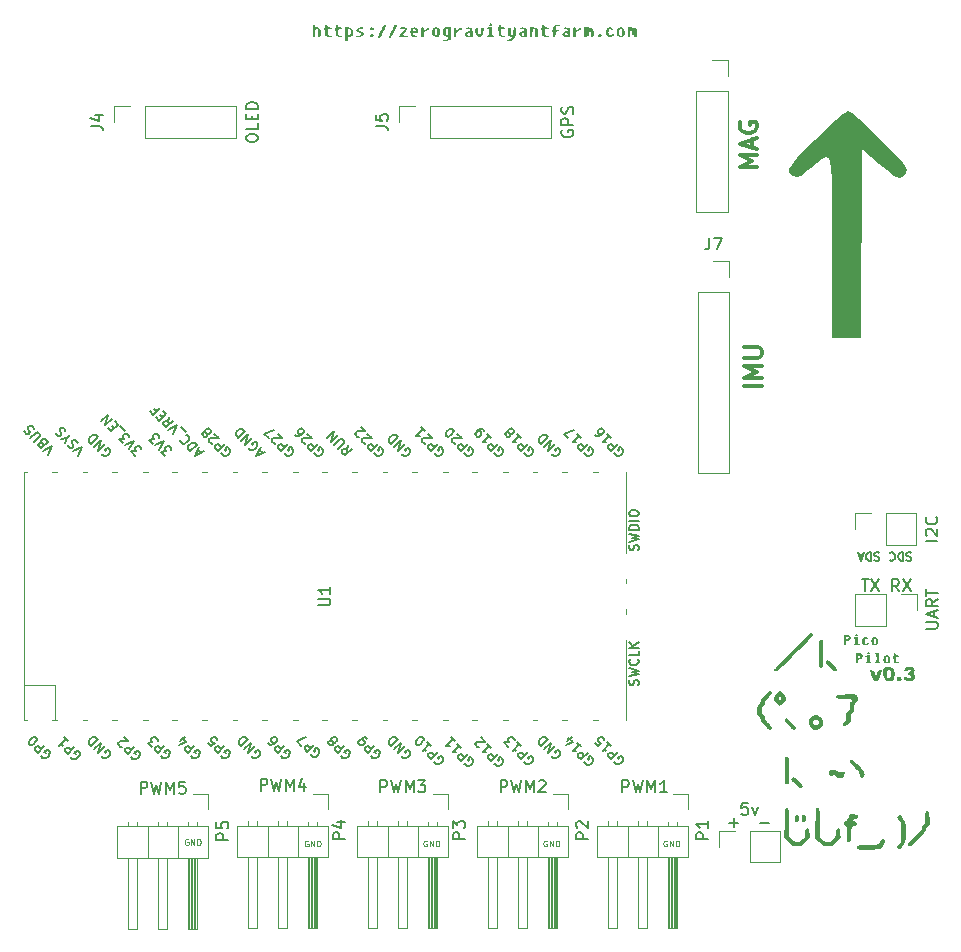
<source format=gbr>
%TF.GenerationSoftware,KiCad,Pcbnew,(6.0.7)*%
%TF.CreationDate,2022-09-25T04:10:57-04:00*%
%TF.ProjectId,PicoPilot,5069636f-5069-46c6-9f74-2e6b69636164,rev?*%
%TF.SameCoordinates,Original*%
%TF.FileFunction,Legend,Top*%
%TF.FilePolarity,Positive*%
%FSLAX46Y46*%
G04 Gerber Fmt 4.6, Leading zero omitted, Abs format (unit mm)*
G04 Created by KiCad (PCBNEW (6.0.7)) date 2022-09-25 04:10:57*
%MOMM*%
%LPD*%
G01*
G04 APERTURE LIST*
%ADD10C,0.125000*%
%ADD11C,0.300000*%
%ADD12C,0.175000*%
%ADD13C,0.150000*%
%ADD14C,0.120000*%
G04 APERTURE END LIST*
D10*
X159004047Y-147705000D02*
X158956428Y-147681190D01*
X158885000Y-147681190D01*
X158813571Y-147705000D01*
X158765952Y-147752619D01*
X158742142Y-147800238D01*
X158718333Y-147895476D01*
X158718333Y-147966904D01*
X158742142Y-148062142D01*
X158765952Y-148109761D01*
X158813571Y-148157380D01*
X158885000Y-148181190D01*
X158932619Y-148181190D01*
X159004047Y-148157380D01*
X159027857Y-148133571D01*
X159027857Y-147966904D01*
X158932619Y-147966904D01*
X159242142Y-148181190D02*
X159242142Y-147681190D01*
X159527857Y-148181190D01*
X159527857Y-147681190D01*
X159765952Y-148181190D02*
X159765952Y-147681190D01*
X159885000Y-147681190D01*
X159956428Y-147705000D01*
X160004047Y-147752619D01*
X160027857Y-147800238D01*
X160051666Y-147895476D01*
X160051666Y-147966904D01*
X160027857Y-148062142D01*
X160004047Y-148109761D01*
X159956428Y-148157380D01*
X159885000Y-148181190D01*
X159765952Y-148181190D01*
X148844047Y-147705000D02*
X148796428Y-147681190D01*
X148725000Y-147681190D01*
X148653571Y-147705000D01*
X148605952Y-147752619D01*
X148582142Y-147800238D01*
X148558333Y-147895476D01*
X148558333Y-147966904D01*
X148582142Y-148062142D01*
X148605952Y-148109761D01*
X148653571Y-148157380D01*
X148725000Y-148181190D01*
X148772619Y-148181190D01*
X148844047Y-148157380D01*
X148867857Y-148133571D01*
X148867857Y-147966904D01*
X148772619Y-147966904D01*
X149082142Y-148181190D02*
X149082142Y-147681190D01*
X149367857Y-148181190D01*
X149367857Y-147681190D01*
X149605952Y-148181190D02*
X149605952Y-147681190D01*
X149725000Y-147681190D01*
X149796428Y-147705000D01*
X149844047Y-147752619D01*
X149867857Y-147800238D01*
X149891666Y-147895476D01*
X149891666Y-147966904D01*
X149867857Y-148062142D01*
X149844047Y-148109761D01*
X149796428Y-148157380D01*
X149725000Y-148181190D01*
X149605952Y-148181190D01*
X138684047Y-147705000D02*
X138636428Y-147681190D01*
X138565000Y-147681190D01*
X138493571Y-147705000D01*
X138445952Y-147752619D01*
X138422142Y-147800238D01*
X138398333Y-147895476D01*
X138398333Y-147966904D01*
X138422142Y-148062142D01*
X138445952Y-148109761D01*
X138493571Y-148157380D01*
X138565000Y-148181190D01*
X138612619Y-148181190D01*
X138684047Y-148157380D01*
X138707857Y-148133571D01*
X138707857Y-147966904D01*
X138612619Y-147966904D01*
X138922142Y-148181190D02*
X138922142Y-147681190D01*
X139207857Y-148181190D01*
X139207857Y-147681190D01*
X139445952Y-148181190D02*
X139445952Y-147681190D01*
X139565000Y-147681190D01*
X139636428Y-147705000D01*
X139684047Y-147752619D01*
X139707857Y-147800238D01*
X139731666Y-147895476D01*
X139731666Y-147966904D01*
X139707857Y-148062142D01*
X139684047Y-148109761D01*
X139636428Y-148157380D01*
X139565000Y-148181190D01*
X139445952Y-148181190D01*
X128651047Y-147705000D02*
X128603428Y-147681190D01*
X128532000Y-147681190D01*
X128460571Y-147705000D01*
X128412952Y-147752619D01*
X128389142Y-147800238D01*
X128365333Y-147895476D01*
X128365333Y-147966904D01*
X128389142Y-148062142D01*
X128412952Y-148109761D01*
X128460571Y-148157380D01*
X128532000Y-148181190D01*
X128579619Y-148181190D01*
X128651047Y-148157380D01*
X128674857Y-148133571D01*
X128674857Y-147966904D01*
X128579619Y-147966904D01*
X128889142Y-148181190D02*
X128889142Y-147681190D01*
X129174857Y-148181190D01*
X129174857Y-147681190D01*
X129412952Y-148181190D02*
X129412952Y-147681190D01*
X129532000Y-147681190D01*
X129603428Y-147705000D01*
X129651047Y-147752619D01*
X129674857Y-147800238D01*
X129698666Y-147895476D01*
X129698666Y-147966904D01*
X129674857Y-148062142D01*
X129651047Y-148109761D01*
X129603428Y-148157380D01*
X129532000Y-148181190D01*
X129412952Y-148181190D01*
X118491047Y-147578000D02*
X118443428Y-147554190D01*
X118372000Y-147554190D01*
X118300571Y-147578000D01*
X118252952Y-147625619D01*
X118229142Y-147673238D01*
X118205333Y-147768476D01*
X118205333Y-147839904D01*
X118229142Y-147935142D01*
X118252952Y-147982761D01*
X118300571Y-148030380D01*
X118372000Y-148054190D01*
X118419619Y-148054190D01*
X118491047Y-148030380D01*
X118514857Y-148006571D01*
X118514857Y-147839904D01*
X118419619Y-147839904D01*
X118729142Y-148054190D02*
X118729142Y-147554190D01*
X119014857Y-148054190D01*
X119014857Y-147554190D01*
X119252952Y-148054190D02*
X119252952Y-147554190D01*
X119372000Y-147554190D01*
X119443428Y-147578000D01*
X119491047Y-147625619D01*
X119514857Y-147673238D01*
X119538666Y-147768476D01*
X119538666Y-147839904D01*
X119514857Y-147935142D01*
X119491047Y-147982761D01*
X119443428Y-148030380D01*
X119372000Y-148054190D01*
X119252952Y-148054190D01*
D11*
X167048571Y-109211857D02*
X165548571Y-109211857D01*
X167048571Y-108497571D02*
X165548571Y-108497571D01*
X166620000Y-107997571D01*
X165548571Y-107497571D01*
X167048571Y-107497571D01*
X165548571Y-106783285D02*
X166762857Y-106783285D01*
X166905714Y-106711857D01*
X166977142Y-106640428D01*
X167048571Y-106497571D01*
X167048571Y-106211857D01*
X166977142Y-106069000D01*
X166905714Y-105997571D01*
X166762857Y-105926142D01*
X165548571Y-105926142D01*
X166667571Y-90665857D02*
X165167571Y-90665857D01*
X166239000Y-90165857D01*
X165167571Y-89665857D01*
X166667571Y-89665857D01*
X166239000Y-89023000D02*
X166239000Y-88308714D01*
X166667571Y-89165857D02*
X165167571Y-88665857D01*
X166667571Y-88165857D01*
X165239000Y-86880142D02*
X165167571Y-87023000D01*
X165167571Y-87237285D01*
X165239000Y-87451571D01*
X165381857Y-87594428D01*
X165524714Y-87665857D01*
X165810428Y-87737285D01*
X166024714Y-87737285D01*
X166310428Y-87665857D01*
X166453285Y-87594428D01*
X166596142Y-87451571D01*
X166667571Y-87237285D01*
X166667571Y-87094428D01*
X166596142Y-86880142D01*
X166524714Y-86808714D01*
X166024714Y-86808714D01*
X166024714Y-87094428D01*
D12*
X179696000Y-123312666D02*
X179596000Y-123279333D01*
X179429333Y-123279333D01*
X179362666Y-123312666D01*
X179329333Y-123346000D01*
X179296000Y-123412666D01*
X179296000Y-123479333D01*
X179329333Y-123546000D01*
X179362666Y-123579333D01*
X179429333Y-123612666D01*
X179562666Y-123646000D01*
X179629333Y-123679333D01*
X179662666Y-123712666D01*
X179696000Y-123779333D01*
X179696000Y-123846000D01*
X179662666Y-123912666D01*
X179629333Y-123946000D01*
X179562666Y-123979333D01*
X179396000Y-123979333D01*
X179296000Y-123946000D01*
X178996000Y-123279333D02*
X178996000Y-123979333D01*
X178829333Y-123979333D01*
X178729333Y-123946000D01*
X178662666Y-123879333D01*
X178629333Y-123812666D01*
X178596000Y-123679333D01*
X178596000Y-123579333D01*
X178629333Y-123446000D01*
X178662666Y-123379333D01*
X178729333Y-123312666D01*
X178829333Y-123279333D01*
X178996000Y-123279333D01*
X177896000Y-123346000D02*
X177929333Y-123312666D01*
X178029333Y-123279333D01*
X178096000Y-123279333D01*
X178196000Y-123312666D01*
X178262666Y-123379333D01*
X178296000Y-123446000D01*
X178329333Y-123579333D01*
X178329333Y-123679333D01*
X178296000Y-123812666D01*
X178262666Y-123879333D01*
X178196000Y-123946000D01*
X178096000Y-123979333D01*
X178029333Y-123979333D01*
X177929333Y-123946000D01*
X177896000Y-123912666D01*
X176979000Y-123312666D02*
X176879000Y-123279333D01*
X176712333Y-123279333D01*
X176645666Y-123312666D01*
X176612333Y-123346000D01*
X176579000Y-123412666D01*
X176579000Y-123479333D01*
X176612333Y-123546000D01*
X176645666Y-123579333D01*
X176712333Y-123612666D01*
X176845666Y-123646000D01*
X176912333Y-123679333D01*
X176945666Y-123712666D01*
X176979000Y-123779333D01*
X176979000Y-123846000D01*
X176945666Y-123912666D01*
X176912333Y-123946000D01*
X176845666Y-123979333D01*
X176679000Y-123979333D01*
X176579000Y-123946000D01*
X176279000Y-123279333D02*
X176279000Y-123979333D01*
X176112333Y-123979333D01*
X176012333Y-123946000D01*
X175945666Y-123879333D01*
X175912333Y-123812666D01*
X175879000Y-123679333D01*
X175879000Y-123579333D01*
X175912333Y-123446000D01*
X175945666Y-123379333D01*
X176012333Y-123312666D01*
X176112333Y-123279333D01*
X176279000Y-123279333D01*
X175612333Y-123479333D02*
X175279000Y-123479333D01*
X175679000Y-123279333D02*
X175445666Y-123979333D01*
X175212333Y-123279333D01*
D13*
X175514095Y-125563380D02*
X176085523Y-125563380D01*
X175799809Y-126563380D02*
X175799809Y-125563380D01*
X176323619Y-125563380D02*
X176990285Y-126563380D01*
X176990285Y-125563380D02*
X176323619Y-126563380D01*
X164663428Y-146557952D02*
X164663428Y-145796047D01*
X165044380Y-146177000D02*
X164282476Y-146177000D01*
X167639952Y-146232571D02*
X166878047Y-146232571D01*
X178649333Y-126563380D02*
X178316000Y-126087190D01*
X178077904Y-126563380D02*
X178077904Y-125563380D01*
X178458857Y-125563380D01*
X178554095Y-125611000D01*
X178601714Y-125658619D01*
X178649333Y-125753857D01*
X178649333Y-125896714D01*
X178601714Y-125991952D01*
X178554095Y-126039571D01*
X178458857Y-126087190D01*
X178077904Y-126087190D01*
X178982666Y-125563380D02*
X179649333Y-126563380D01*
X179649333Y-125563380D02*
X178982666Y-126563380D01*
%TO.C,*%
%TO.C,P7*%
X181915380Y-122286190D02*
X180915380Y-122286190D01*
X181010619Y-121857619D02*
X180963000Y-121810000D01*
X180915380Y-121714761D01*
X180915380Y-121476666D01*
X180963000Y-121381428D01*
X181010619Y-121333809D01*
X181105857Y-121286190D01*
X181201095Y-121286190D01*
X181343952Y-121333809D01*
X181915380Y-121905238D01*
X181915380Y-121286190D01*
X181820142Y-120286190D02*
X181867761Y-120333809D01*
X181915380Y-120476666D01*
X181915380Y-120571904D01*
X181867761Y-120714761D01*
X181772523Y-120810000D01*
X181677285Y-120857619D01*
X181486809Y-120905238D01*
X181343952Y-120905238D01*
X181153476Y-120857619D01*
X181058238Y-120810000D01*
X180963000Y-120714761D01*
X180915380Y-120571904D01*
X180915380Y-120476666D01*
X180963000Y-120333809D01*
X181010619Y-120286190D01*
%TO.C,J7*%
X162607666Y-96631380D02*
X162607666Y-97345666D01*
X162560047Y-97488523D01*
X162464809Y-97583761D01*
X162321952Y-97631380D01*
X162226714Y-97631380D01*
X162988619Y-96631380D02*
X163655285Y-96631380D01*
X163226714Y-97631380D01*
%TO.C,J4*%
X110230380Y-87176333D02*
X110944666Y-87176333D01*
X111087523Y-87223952D01*
X111182761Y-87319190D01*
X111230380Y-87462047D01*
X111230380Y-87557285D01*
X110563714Y-86271571D02*
X111230380Y-86271571D01*
X110182761Y-86509666D02*
X110897047Y-86747761D01*
X110897047Y-86128714D01*
X123390380Y-88295380D02*
X123390380Y-88104904D01*
X123438000Y-88009666D01*
X123533238Y-87914428D01*
X123723714Y-87866809D01*
X124057047Y-87866809D01*
X124247523Y-87914428D01*
X124342761Y-88009666D01*
X124390380Y-88104904D01*
X124390380Y-88295380D01*
X124342761Y-88390619D01*
X124247523Y-88485857D01*
X124057047Y-88533476D01*
X123723714Y-88533476D01*
X123533238Y-88485857D01*
X123438000Y-88390619D01*
X123390380Y-88295380D01*
X124390380Y-86962047D02*
X124390380Y-87438238D01*
X123390380Y-87438238D01*
X123866571Y-86628714D02*
X123866571Y-86295380D01*
X124390380Y-86152523D02*
X124390380Y-86628714D01*
X123390380Y-86628714D01*
X123390380Y-86152523D01*
X124390380Y-85723952D02*
X123390380Y-85723952D01*
X123390380Y-85485857D01*
X123438000Y-85343000D01*
X123533238Y-85247761D01*
X123628476Y-85200142D01*
X123818952Y-85152523D01*
X123961809Y-85152523D01*
X124152285Y-85200142D01*
X124247523Y-85247761D01*
X124342761Y-85343000D01*
X124390380Y-85485857D01*
X124390380Y-85723952D01*
%TO.C,J2*%
X180940380Y-129738238D02*
X181749904Y-129738238D01*
X181845142Y-129690619D01*
X181892761Y-129643000D01*
X181940380Y-129547761D01*
X181940380Y-129357285D01*
X181892761Y-129262047D01*
X181845142Y-129214428D01*
X181749904Y-129166809D01*
X180940380Y-129166809D01*
X181654666Y-128738238D02*
X181654666Y-128262047D01*
X181940380Y-128833476D02*
X180940380Y-128500142D01*
X181940380Y-128166809D01*
X181940380Y-127262047D02*
X181464190Y-127595380D01*
X181940380Y-127833476D02*
X180940380Y-127833476D01*
X180940380Y-127452523D01*
X180988000Y-127357285D01*
X181035619Y-127309666D01*
X181130857Y-127262047D01*
X181273714Y-127262047D01*
X181368952Y-127309666D01*
X181416571Y-127357285D01*
X181464190Y-127452523D01*
X181464190Y-127833476D01*
X180940380Y-126976333D02*
X180940380Y-126404904D01*
X181940380Y-126690619D02*
X180940380Y-126690619D01*
%TO.C,P5*%
X121879380Y-147607095D02*
X120879380Y-147607095D01*
X120879380Y-147226142D01*
X120927000Y-147130904D01*
X120974619Y-147083285D01*
X121069857Y-147035666D01*
X121212714Y-147035666D01*
X121307952Y-147083285D01*
X121355571Y-147130904D01*
X121403190Y-147226142D01*
X121403190Y-147607095D01*
X120879380Y-146130904D02*
X120879380Y-146607095D01*
X121355571Y-146654714D01*
X121307952Y-146607095D01*
X121260333Y-146511857D01*
X121260333Y-146273761D01*
X121307952Y-146178523D01*
X121355571Y-146130904D01*
X121450809Y-146083285D01*
X121688904Y-146083285D01*
X121784142Y-146130904D01*
X121831761Y-146178523D01*
X121879380Y-146273761D01*
X121879380Y-146511857D01*
X121831761Y-146607095D01*
X121784142Y-146654714D01*
X114451047Y-143708380D02*
X114451047Y-142708380D01*
X114832000Y-142708380D01*
X114927238Y-142756000D01*
X114974857Y-142803619D01*
X115022476Y-142898857D01*
X115022476Y-143041714D01*
X114974857Y-143136952D01*
X114927238Y-143184571D01*
X114832000Y-143232190D01*
X114451047Y-143232190D01*
X115355809Y-142708380D02*
X115593904Y-143708380D01*
X115784380Y-142994095D01*
X115974857Y-143708380D01*
X116212952Y-142708380D01*
X116593904Y-143708380D02*
X116593904Y-142708380D01*
X116927238Y-143422666D01*
X117260571Y-142708380D01*
X117260571Y-143708380D01*
X118212952Y-142708380D02*
X117736761Y-142708380D01*
X117689142Y-143184571D01*
X117736761Y-143136952D01*
X117832000Y-143089333D01*
X118070095Y-143089333D01*
X118165333Y-143136952D01*
X118212952Y-143184571D01*
X118260571Y-143279809D01*
X118260571Y-143517904D01*
X118212952Y-143613142D01*
X118165333Y-143660761D01*
X118070095Y-143708380D01*
X117832000Y-143708380D01*
X117736761Y-143660761D01*
X117689142Y-143613142D01*
%TO.C,P1*%
X162504380Y-147550095D02*
X161504380Y-147550095D01*
X161504380Y-147169142D01*
X161552000Y-147073904D01*
X161599619Y-147026285D01*
X161694857Y-146978666D01*
X161837714Y-146978666D01*
X161932952Y-147026285D01*
X161980571Y-147073904D01*
X162028190Y-147169142D01*
X162028190Y-147550095D01*
X162504380Y-146026285D02*
X162504380Y-146597714D01*
X162504380Y-146312000D02*
X161504380Y-146312000D01*
X161647238Y-146407238D01*
X161742476Y-146502476D01*
X161790095Y-146597714D01*
X155218047Y-143581380D02*
X155218047Y-142581380D01*
X155599000Y-142581380D01*
X155694238Y-142629000D01*
X155741857Y-142676619D01*
X155789476Y-142771857D01*
X155789476Y-142914714D01*
X155741857Y-143009952D01*
X155694238Y-143057571D01*
X155599000Y-143105190D01*
X155218047Y-143105190D01*
X156122809Y-142581380D02*
X156360904Y-143581380D01*
X156551380Y-142867095D01*
X156741857Y-143581380D01*
X156979952Y-142581380D01*
X157360904Y-143581380D02*
X157360904Y-142581380D01*
X157694238Y-143295666D01*
X158027571Y-142581380D01*
X158027571Y-143581380D01*
X159027571Y-143581380D02*
X158456142Y-143581380D01*
X158741857Y-143581380D02*
X158741857Y-142581380D01*
X158646619Y-142724238D01*
X158551380Y-142819476D01*
X158456142Y-142867095D01*
%TO.C,P2*%
X152344380Y-147550095D02*
X151344380Y-147550095D01*
X151344380Y-147169142D01*
X151392000Y-147073904D01*
X151439619Y-147026285D01*
X151534857Y-146978666D01*
X151677714Y-146978666D01*
X151772952Y-147026285D01*
X151820571Y-147073904D01*
X151868190Y-147169142D01*
X151868190Y-147550095D01*
X151439619Y-146597714D02*
X151392000Y-146550095D01*
X151344380Y-146454857D01*
X151344380Y-146216761D01*
X151392000Y-146121523D01*
X151439619Y-146073904D01*
X151534857Y-146026285D01*
X151630095Y-146026285D01*
X151772952Y-146073904D01*
X152344380Y-146645333D01*
X152344380Y-146026285D01*
X144931047Y-143581380D02*
X144931047Y-142581380D01*
X145312000Y-142581380D01*
X145407238Y-142629000D01*
X145454857Y-142676619D01*
X145502476Y-142771857D01*
X145502476Y-142914714D01*
X145454857Y-143009952D01*
X145407238Y-143057571D01*
X145312000Y-143105190D01*
X144931047Y-143105190D01*
X145835809Y-142581380D02*
X146073904Y-143581380D01*
X146264380Y-142867095D01*
X146454857Y-143581380D01*
X146692952Y-142581380D01*
X147073904Y-143581380D02*
X147073904Y-142581380D01*
X147407238Y-143295666D01*
X147740571Y-142581380D01*
X147740571Y-143581380D01*
X148169142Y-142676619D02*
X148216761Y-142629000D01*
X148312000Y-142581380D01*
X148550095Y-142581380D01*
X148645333Y-142629000D01*
X148692952Y-142676619D01*
X148740571Y-142771857D01*
X148740571Y-142867095D01*
X148692952Y-143009952D01*
X148121523Y-143581380D01*
X148740571Y-143581380D01*
%TO.C,P6*%
X165846142Y-144486380D02*
X165369952Y-144486380D01*
X165322333Y-144962571D01*
X165369952Y-144914952D01*
X165465190Y-144867333D01*
X165703285Y-144867333D01*
X165798523Y-144914952D01*
X165846142Y-144962571D01*
X165893761Y-145057809D01*
X165893761Y-145295904D01*
X165846142Y-145391142D01*
X165798523Y-145438761D01*
X165703285Y-145486380D01*
X165465190Y-145486380D01*
X165369952Y-145438761D01*
X165322333Y-145391142D01*
X166227095Y-144819714D02*
X166465190Y-145486380D01*
X166703285Y-144819714D01*
%TO.C,*%
%TO.C,U1*%
X129500380Y-127761904D02*
X130309904Y-127761904D01*
X130405142Y-127714285D01*
X130452761Y-127666666D01*
X130500380Y-127571428D01*
X130500380Y-127380952D01*
X130452761Y-127285714D01*
X130405142Y-127238095D01*
X130309904Y-127190476D01*
X129500380Y-127190476D01*
X130500380Y-126190476D02*
X130500380Y-126761904D01*
X130500380Y-126476190D02*
X129500380Y-126476190D01*
X129643238Y-126571428D01*
X129738476Y-126666666D01*
X129786095Y-126761904D01*
X144408592Y-114902277D02*
X144435529Y-114983089D01*
X144516341Y-115063902D01*
X144624091Y-115117776D01*
X144731841Y-115117776D01*
X144812653Y-115090839D01*
X144947340Y-115010027D01*
X145028152Y-114929215D01*
X145108964Y-114794528D01*
X145135902Y-114713715D01*
X145135902Y-114605966D01*
X145082027Y-114498216D01*
X145028152Y-114444341D01*
X144920402Y-114390467D01*
X144866528Y-114390467D01*
X144677966Y-114579028D01*
X144785715Y-114686778D01*
X144677966Y-114094155D02*
X144112280Y-114659841D01*
X143896781Y-114444341D01*
X143869844Y-114363529D01*
X143869844Y-114309654D01*
X143896781Y-114228842D01*
X143977593Y-114148030D01*
X144058406Y-114121093D01*
X144112280Y-114121093D01*
X144193093Y-114148030D01*
X144408592Y-114363529D01*
X143815969Y-113232158D02*
X144139218Y-113555407D01*
X143977593Y-113393783D02*
X143411908Y-113959468D01*
X143546595Y-113932531D01*
X143654345Y-113932531D01*
X143735157Y-113959468D01*
X143546595Y-112962784D02*
X143438845Y-112855035D01*
X143358033Y-112828097D01*
X143304158Y-112828097D01*
X143169471Y-112855035D01*
X143034784Y-112935847D01*
X142819285Y-113151346D01*
X142792348Y-113232158D01*
X142792348Y-113286033D01*
X142819285Y-113366845D01*
X142927035Y-113474595D01*
X143007847Y-113501532D01*
X143061722Y-113501532D01*
X143142534Y-113474595D01*
X143277221Y-113339908D01*
X143304158Y-113259096D01*
X143304158Y-113205221D01*
X143277221Y-113124409D01*
X143169471Y-113016659D01*
X143088659Y-112989722D01*
X143034784Y-112989722D01*
X142953972Y-113016659D01*
X108569218Y-140586903D02*
X108596155Y-140667715D01*
X108676967Y-140748528D01*
X108784717Y-140802402D01*
X108892467Y-140802402D01*
X108973279Y-140775465D01*
X109107966Y-140694653D01*
X109188778Y-140613841D01*
X109269590Y-140479154D01*
X109296528Y-140398341D01*
X109296528Y-140290592D01*
X109242653Y-140182842D01*
X109188778Y-140128967D01*
X109081028Y-140075093D01*
X109027154Y-140075093D01*
X108838592Y-140263654D01*
X108946341Y-140371404D01*
X108838592Y-139778781D02*
X108272906Y-140344467D01*
X108057407Y-140128967D01*
X108030470Y-140048155D01*
X108030470Y-139994280D01*
X108057407Y-139913468D01*
X108138219Y-139832656D01*
X108219032Y-139805719D01*
X108272906Y-139805719D01*
X108353719Y-139832656D01*
X108569218Y-140048155D01*
X107976595Y-138916784D02*
X108299844Y-139240033D01*
X108138219Y-139078409D02*
X107572534Y-139644094D01*
X107707221Y-139617157D01*
X107814971Y-139617157D01*
X107895783Y-139644094D01*
X124788964Y-114848402D02*
X124519590Y-114579028D01*
X125004463Y-114740653D02*
X124250216Y-115117776D01*
X124627340Y-114363529D01*
X123603719Y-114417404D02*
X123630656Y-114498216D01*
X123711468Y-114579028D01*
X123819218Y-114632903D01*
X123926967Y-114632903D01*
X124007780Y-114605966D01*
X124142467Y-114525154D01*
X124223279Y-114444341D01*
X124304091Y-114309654D01*
X124331028Y-114228842D01*
X124331028Y-114121093D01*
X124277154Y-114013343D01*
X124223279Y-113959468D01*
X124115529Y-113905593D01*
X124061654Y-113905593D01*
X123873093Y-114094155D01*
X123980842Y-114201905D01*
X123873093Y-113609282D02*
X123307407Y-114174967D01*
X123549844Y-113286033D01*
X122984158Y-113851719D01*
X123280470Y-113016659D02*
X122714784Y-113582345D01*
X122580097Y-113447658D01*
X122526223Y-113339908D01*
X122526223Y-113232158D01*
X122553160Y-113151346D01*
X122633972Y-113016659D01*
X122714784Y-112935847D01*
X122849471Y-112855035D01*
X122930284Y-112828097D01*
X123038033Y-112828097D01*
X123145783Y-112881972D01*
X123280470Y-113016659D01*
X106575309Y-115046870D02*
X106952433Y-114292622D01*
X106198186Y-114669746D01*
X106090436Y-114023248D02*
X106036561Y-113915499D01*
X106036561Y-113861624D01*
X106063499Y-113780812D01*
X106144311Y-113700000D01*
X106225123Y-113673062D01*
X106278998Y-113673062D01*
X106359810Y-113700000D01*
X106575309Y-113915499D01*
X106009624Y-114481184D01*
X105821062Y-114292622D01*
X105794125Y-114211810D01*
X105794125Y-114157935D01*
X105821062Y-114077123D01*
X105874937Y-114023248D01*
X105955749Y-113996311D01*
X106009624Y-113996311D01*
X106090436Y-114023248D01*
X106278998Y-114211810D01*
X105443938Y-113915499D02*
X105901874Y-113457563D01*
X105928812Y-113376751D01*
X105928812Y-113322876D01*
X105901874Y-113242064D01*
X105794125Y-113134314D01*
X105713312Y-113107377D01*
X105659438Y-113107377D01*
X105578625Y-113134314D01*
X105120690Y-113592250D01*
X105417001Y-112811065D02*
X105363126Y-112703316D01*
X105228439Y-112568629D01*
X105147627Y-112541691D01*
X105093752Y-112541691D01*
X105012940Y-112568629D01*
X104959065Y-112622503D01*
X104932128Y-112703316D01*
X104932128Y-112757190D01*
X104959065Y-112838003D01*
X105039877Y-112972690D01*
X105066815Y-113053502D01*
X105066815Y-113107377D01*
X105039877Y-113188189D01*
X104986003Y-113242064D01*
X104905190Y-113269001D01*
X104851316Y-113269001D01*
X104770503Y-113242064D01*
X104635816Y-113107377D01*
X104581942Y-112999627D01*
X146948592Y-114902277D02*
X146975529Y-114983089D01*
X147056341Y-115063902D01*
X147164091Y-115117776D01*
X147271841Y-115117776D01*
X147352653Y-115090839D01*
X147487340Y-115010027D01*
X147568152Y-114929215D01*
X147648964Y-114794528D01*
X147675902Y-114713715D01*
X147675902Y-114605966D01*
X147622027Y-114498216D01*
X147568152Y-114444341D01*
X147460402Y-114390467D01*
X147406528Y-114390467D01*
X147217966Y-114579028D01*
X147325715Y-114686778D01*
X147217966Y-114094155D02*
X146652280Y-114659841D01*
X146436781Y-114444341D01*
X146409844Y-114363529D01*
X146409844Y-114309654D01*
X146436781Y-114228842D01*
X146517593Y-114148030D01*
X146598406Y-114121093D01*
X146652280Y-114121093D01*
X146733093Y-114148030D01*
X146948592Y-114363529D01*
X146355969Y-113232158D02*
X146679218Y-113555407D01*
X146517593Y-113393783D02*
X145951908Y-113959468D01*
X146086595Y-113932531D01*
X146194345Y-113932531D01*
X146275157Y-113959468D01*
X145709471Y-113232158D02*
X145736409Y-113312971D01*
X145736409Y-113366845D01*
X145709471Y-113447658D01*
X145682534Y-113474595D01*
X145601722Y-113501532D01*
X145547847Y-113501532D01*
X145467035Y-113474595D01*
X145359285Y-113366845D01*
X145332348Y-113286033D01*
X145332348Y-113232158D01*
X145359285Y-113151346D01*
X145386223Y-113124409D01*
X145467035Y-113097471D01*
X145520910Y-113097471D01*
X145601722Y-113124409D01*
X145709471Y-113232158D01*
X145790284Y-113259096D01*
X145844158Y-113259096D01*
X145924971Y-113232158D01*
X146032720Y-113124409D01*
X146059658Y-113043597D01*
X146059658Y-112989722D01*
X146032720Y-112908910D01*
X145924971Y-112801160D01*
X145844158Y-112774223D01*
X145790284Y-112774223D01*
X145709471Y-112801160D01*
X145601722Y-112908910D01*
X145574784Y-112989722D01*
X145574784Y-113043597D01*
X145601722Y-113124409D01*
X154568592Y-114902277D02*
X154595529Y-114983089D01*
X154676341Y-115063902D01*
X154784091Y-115117776D01*
X154891841Y-115117776D01*
X154972653Y-115090839D01*
X155107340Y-115010027D01*
X155188152Y-114929215D01*
X155268964Y-114794528D01*
X155295902Y-114713715D01*
X155295902Y-114605966D01*
X155242027Y-114498216D01*
X155188152Y-114444341D01*
X155080402Y-114390467D01*
X155026528Y-114390467D01*
X154837966Y-114579028D01*
X154945715Y-114686778D01*
X154837966Y-114094155D02*
X154272280Y-114659841D01*
X154056781Y-114444341D01*
X154029844Y-114363529D01*
X154029844Y-114309654D01*
X154056781Y-114228842D01*
X154137593Y-114148030D01*
X154218406Y-114121093D01*
X154272280Y-114121093D01*
X154353093Y-114148030D01*
X154568592Y-114363529D01*
X153975969Y-113232158D02*
X154299218Y-113555407D01*
X154137593Y-113393783D02*
X153571908Y-113959468D01*
X153706595Y-113932531D01*
X153814345Y-113932531D01*
X153895157Y-113959468D01*
X152925410Y-113312971D02*
X153033160Y-113420720D01*
X153113972Y-113447658D01*
X153167847Y-113447658D01*
X153302534Y-113420720D01*
X153437221Y-113339908D01*
X153652720Y-113124409D01*
X153679658Y-113043597D01*
X153679658Y-112989722D01*
X153652720Y-112908910D01*
X153544971Y-112801160D01*
X153464158Y-112774223D01*
X153410284Y-112774223D01*
X153329471Y-112801160D01*
X153194784Y-112935847D01*
X153167847Y-113016659D01*
X153167847Y-113070534D01*
X153194784Y-113151346D01*
X153302534Y-113259096D01*
X153383346Y-113286033D01*
X153437221Y-113286033D01*
X153518033Y-113259096D01*
X111146155Y-140513841D02*
X111173093Y-140594653D01*
X111253905Y-140675465D01*
X111361654Y-140729340D01*
X111469404Y-140729340D01*
X111550216Y-140702402D01*
X111684903Y-140621590D01*
X111765715Y-140540778D01*
X111846528Y-140406091D01*
X111873465Y-140325279D01*
X111873465Y-140217529D01*
X111819590Y-140109780D01*
X111765715Y-140055905D01*
X111657966Y-140002030D01*
X111604091Y-140002030D01*
X111415529Y-140190592D01*
X111523279Y-140298341D01*
X111415529Y-139705719D02*
X110849844Y-140271404D01*
X111092280Y-139382470D01*
X110526595Y-139948155D01*
X110822906Y-139113096D02*
X110257221Y-139678781D01*
X110122534Y-139544094D01*
X110068659Y-139436345D01*
X110068659Y-139328595D01*
X110095597Y-139247783D01*
X110176409Y-139113096D01*
X110257221Y-139032284D01*
X110391908Y-138951471D01*
X110472720Y-138924534D01*
X110580470Y-138924534D01*
X110688219Y-138978409D01*
X110822906Y-139113096D01*
X129168592Y-114902277D02*
X129195529Y-114983089D01*
X129276341Y-115063902D01*
X129384091Y-115117776D01*
X129491841Y-115117776D01*
X129572653Y-115090839D01*
X129707340Y-115010027D01*
X129788152Y-114929215D01*
X129868964Y-114794528D01*
X129895902Y-114713715D01*
X129895902Y-114605966D01*
X129842027Y-114498216D01*
X129788152Y-114444341D01*
X129680402Y-114390467D01*
X129626528Y-114390467D01*
X129437966Y-114579028D01*
X129545715Y-114686778D01*
X129437966Y-114094155D02*
X128872280Y-114659841D01*
X128656781Y-114444341D01*
X128629844Y-114363529D01*
X128629844Y-114309654D01*
X128656781Y-114228842D01*
X128737593Y-114148030D01*
X128818406Y-114121093D01*
X128872280Y-114121093D01*
X128953093Y-114148030D01*
X129168592Y-114363529D01*
X128387407Y-114067218D02*
X128333532Y-114067218D01*
X128252720Y-114040280D01*
X128118033Y-113905593D01*
X128091096Y-113824781D01*
X128091096Y-113770906D01*
X128118033Y-113690094D01*
X128171908Y-113636219D01*
X128279658Y-113582345D01*
X128926155Y-113582345D01*
X128575969Y-113232158D01*
X127525410Y-113312971D02*
X127633160Y-113420720D01*
X127713972Y-113447658D01*
X127767847Y-113447658D01*
X127902534Y-113420720D01*
X128037221Y-113339908D01*
X128252720Y-113124409D01*
X128279658Y-113043597D01*
X128279658Y-112989722D01*
X128252720Y-112908910D01*
X128144971Y-112801160D01*
X128064158Y-112774223D01*
X128010284Y-112774223D01*
X127929471Y-112801160D01*
X127794784Y-112935847D01*
X127767847Y-113016659D01*
X127767847Y-113070534D01*
X127794784Y-113151346D01*
X127902534Y-113259096D01*
X127983346Y-113286033D01*
X128037221Y-113286033D01*
X128118033Y-113259096D01*
X131439218Y-140486903D02*
X131466155Y-140567715D01*
X131546967Y-140648528D01*
X131654717Y-140702402D01*
X131762467Y-140702402D01*
X131843279Y-140675465D01*
X131977966Y-140594653D01*
X132058778Y-140513841D01*
X132139590Y-140379154D01*
X132166528Y-140298341D01*
X132166528Y-140190592D01*
X132112653Y-140082842D01*
X132058778Y-140028967D01*
X131951028Y-139975093D01*
X131897154Y-139975093D01*
X131708592Y-140163654D01*
X131816341Y-140271404D01*
X131708592Y-139678781D02*
X131142906Y-140244467D01*
X130927407Y-140028967D01*
X130900470Y-139948155D01*
X130900470Y-139894280D01*
X130927407Y-139813468D01*
X131008219Y-139732656D01*
X131089032Y-139705719D01*
X131142906Y-139705719D01*
X131223719Y-139732656D01*
X131439218Y-139948155D01*
X130738845Y-139355532D02*
X130765783Y-139436345D01*
X130765783Y-139490219D01*
X130738845Y-139571032D01*
X130711908Y-139597969D01*
X130631096Y-139624906D01*
X130577221Y-139624906D01*
X130496409Y-139597969D01*
X130388659Y-139490219D01*
X130361722Y-139409407D01*
X130361722Y-139355532D01*
X130388659Y-139274720D01*
X130415597Y-139247783D01*
X130496409Y-139220845D01*
X130550284Y-139220845D01*
X130631096Y-139247783D01*
X130738845Y-139355532D01*
X130819658Y-139382470D01*
X130873532Y-139382470D01*
X130954345Y-139355532D01*
X131062094Y-139247783D01*
X131089032Y-139166971D01*
X131089032Y-139113096D01*
X131062094Y-139032284D01*
X130954345Y-138924534D01*
X130873532Y-138897597D01*
X130819658Y-138897597D01*
X130738845Y-138924534D01*
X130631096Y-139032284D01*
X130604158Y-139113096D01*
X130604158Y-139166971D01*
X130631096Y-139247783D01*
X116538592Y-115110152D02*
X116188406Y-114759966D01*
X116592467Y-114733028D01*
X116511654Y-114652216D01*
X116484717Y-114571404D01*
X116484717Y-114517529D01*
X116511654Y-114436717D01*
X116646341Y-114302030D01*
X116727154Y-114275093D01*
X116781028Y-114275093D01*
X116861841Y-114302030D01*
X117023465Y-114463654D01*
X117050402Y-114544467D01*
X117050402Y-114598341D01*
X116026781Y-114598341D02*
X116403905Y-113844094D01*
X115649658Y-114221218D01*
X115514971Y-114086531D02*
X115164784Y-113736345D01*
X115568845Y-113709407D01*
X115488033Y-113628595D01*
X115461096Y-113547783D01*
X115461096Y-113493908D01*
X115488033Y-113413096D01*
X115622720Y-113278409D01*
X115703532Y-113251471D01*
X115757407Y-113251471D01*
X115838219Y-113278409D01*
X115999844Y-113440033D01*
X116026781Y-113520845D01*
X116026781Y-113574720D01*
X133979218Y-140486903D02*
X134006155Y-140567715D01*
X134086967Y-140648528D01*
X134194717Y-140702402D01*
X134302467Y-140702402D01*
X134383279Y-140675465D01*
X134517966Y-140594653D01*
X134598778Y-140513841D01*
X134679590Y-140379154D01*
X134706528Y-140298341D01*
X134706528Y-140190592D01*
X134652653Y-140082842D01*
X134598778Y-140028967D01*
X134491028Y-139975093D01*
X134437154Y-139975093D01*
X134248592Y-140163654D01*
X134356341Y-140271404D01*
X134248592Y-139678781D02*
X133682906Y-140244467D01*
X133467407Y-140028967D01*
X133440470Y-139948155D01*
X133440470Y-139894280D01*
X133467407Y-139813468D01*
X133548219Y-139732656D01*
X133629032Y-139705719D01*
X133682906Y-139705719D01*
X133763719Y-139732656D01*
X133979218Y-139948155D01*
X133655969Y-139086158D02*
X133548219Y-138978409D01*
X133467407Y-138951471D01*
X133413532Y-138951471D01*
X133278845Y-138978409D01*
X133144158Y-139059221D01*
X132928659Y-139274720D01*
X132901722Y-139355532D01*
X132901722Y-139409407D01*
X132928659Y-139490219D01*
X133036409Y-139597969D01*
X133117221Y-139624906D01*
X133171096Y-139624906D01*
X133251908Y-139597969D01*
X133386595Y-139463282D01*
X133413532Y-139382470D01*
X133413532Y-139328595D01*
X133386595Y-139247783D01*
X133278845Y-139140033D01*
X133198033Y-139113096D01*
X133144158Y-139113096D01*
X133063346Y-139140033D01*
X121279218Y-140486903D02*
X121306155Y-140567715D01*
X121386967Y-140648528D01*
X121494717Y-140702402D01*
X121602467Y-140702402D01*
X121683279Y-140675465D01*
X121817966Y-140594653D01*
X121898778Y-140513841D01*
X121979590Y-140379154D01*
X122006528Y-140298341D01*
X122006528Y-140190592D01*
X121952653Y-140082842D01*
X121898778Y-140028967D01*
X121791028Y-139975093D01*
X121737154Y-139975093D01*
X121548592Y-140163654D01*
X121656341Y-140271404D01*
X121548592Y-139678781D02*
X120982906Y-140244467D01*
X120767407Y-140028967D01*
X120740470Y-139948155D01*
X120740470Y-139894280D01*
X120767407Y-139813468D01*
X120848219Y-139732656D01*
X120929032Y-139705719D01*
X120982906Y-139705719D01*
X121063719Y-139732656D01*
X121279218Y-139948155D01*
X120147847Y-139409407D02*
X120417221Y-139678781D01*
X120713532Y-139436345D01*
X120659658Y-139436345D01*
X120578845Y-139409407D01*
X120444158Y-139274720D01*
X120417221Y-139193908D01*
X120417221Y-139140033D01*
X120444158Y-139059221D01*
X120578845Y-138924534D01*
X120659658Y-138897597D01*
X120713532Y-138897597D01*
X120794345Y-138924534D01*
X120929032Y-139059221D01*
X120955969Y-139140033D01*
X120955969Y-139193908D01*
X106039218Y-140486903D02*
X106066155Y-140567715D01*
X106146967Y-140648528D01*
X106254717Y-140702402D01*
X106362467Y-140702402D01*
X106443279Y-140675465D01*
X106577966Y-140594653D01*
X106658778Y-140513841D01*
X106739590Y-140379154D01*
X106766528Y-140298341D01*
X106766528Y-140190592D01*
X106712653Y-140082842D01*
X106658778Y-140028967D01*
X106551028Y-139975093D01*
X106497154Y-139975093D01*
X106308592Y-140163654D01*
X106416341Y-140271404D01*
X106308592Y-139678781D02*
X105742906Y-140244467D01*
X105527407Y-140028967D01*
X105500470Y-139948155D01*
X105500470Y-139894280D01*
X105527407Y-139813468D01*
X105608219Y-139732656D01*
X105689032Y-139705719D01*
X105742906Y-139705719D01*
X105823719Y-139732656D01*
X106039218Y-139948155D01*
X105069471Y-139571032D02*
X105015597Y-139517157D01*
X104988659Y-139436345D01*
X104988659Y-139382470D01*
X105015597Y-139301658D01*
X105096409Y-139166971D01*
X105231096Y-139032284D01*
X105365783Y-138951471D01*
X105446595Y-138924534D01*
X105500470Y-138924534D01*
X105581282Y-138951471D01*
X105635157Y-139005346D01*
X105662094Y-139086158D01*
X105662094Y-139140033D01*
X105635157Y-139220845D01*
X105554345Y-139355532D01*
X105419658Y-139490219D01*
X105284971Y-139571032D01*
X105204158Y-139597969D01*
X105150284Y-139597969D01*
X105069471Y-139571032D01*
X109117966Y-115079526D02*
X109495089Y-114325279D01*
X108740842Y-114702402D01*
X109117966Y-114002030D02*
X109064091Y-113894280D01*
X108929404Y-113759593D01*
X108848592Y-113732656D01*
X108794717Y-113732656D01*
X108713905Y-113759593D01*
X108660030Y-113813468D01*
X108633093Y-113894280D01*
X108633093Y-113948155D01*
X108660030Y-114028967D01*
X108740842Y-114163654D01*
X108767780Y-114244467D01*
X108767780Y-114298341D01*
X108740842Y-114379154D01*
X108686967Y-114433028D01*
X108606155Y-114459966D01*
X108552280Y-114459966D01*
X108471468Y-114433028D01*
X108336781Y-114298341D01*
X108282906Y-114190592D01*
X108202094Y-113571032D02*
X108471468Y-113301658D01*
X108094345Y-114055905D02*
X108202094Y-113571032D01*
X107717221Y-113678781D01*
X108094345Y-112978409D02*
X108040470Y-112870659D01*
X107905783Y-112735972D01*
X107824971Y-112709035D01*
X107771096Y-112709035D01*
X107690284Y-112735972D01*
X107636409Y-112789847D01*
X107609471Y-112870659D01*
X107609471Y-112924534D01*
X107636409Y-113005346D01*
X107717221Y-113140033D01*
X107744158Y-113220845D01*
X107744158Y-113274720D01*
X107717221Y-113355532D01*
X107663346Y-113409407D01*
X107582534Y-113436345D01*
X107528659Y-113436345D01*
X107447847Y-113409407D01*
X107313160Y-113274720D01*
X107259285Y-113166971D01*
X131991435Y-114161624D02*
X131910622Y-114619560D01*
X132314683Y-114484873D02*
X131748998Y-115050558D01*
X131533499Y-114835059D01*
X131506561Y-114754247D01*
X131506561Y-114700372D01*
X131533499Y-114619560D01*
X131614311Y-114538748D01*
X131695123Y-114511810D01*
X131748998Y-114511810D01*
X131829810Y-114538748D01*
X132045309Y-114754247D01*
X131183312Y-114484873D02*
X131641248Y-114026937D01*
X131668186Y-113946125D01*
X131668186Y-113892250D01*
X131641248Y-113811438D01*
X131533499Y-113703688D01*
X131452687Y-113676751D01*
X131398812Y-113676751D01*
X131318000Y-113703688D01*
X130860064Y-114161624D01*
X131156375Y-113326564D02*
X130590690Y-113892250D01*
X130833126Y-113003316D01*
X130267441Y-113569001D01*
X152028592Y-114902277D02*
X152055529Y-114983089D01*
X152136341Y-115063902D01*
X152244091Y-115117776D01*
X152351841Y-115117776D01*
X152432653Y-115090839D01*
X152567340Y-115010027D01*
X152648152Y-114929215D01*
X152728964Y-114794528D01*
X152755902Y-114713715D01*
X152755902Y-114605966D01*
X152702027Y-114498216D01*
X152648152Y-114444341D01*
X152540402Y-114390467D01*
X152486528Y-114390467D01*
X152297966Y-114579028D01*
X152405715Y-114686778D01*
X152297966Y-114094155D02*
X151732280Y-114659841D01*
X151516781Y-114444341D01*
X151489844Y-114363529D01*
X151489844Y-114309654D01*
X151516781Y-114228842D01*
X151597593Y-114148030D01*
X151678406Y-114121093D01*
X151732280Y-114121093D01*
X151813093Y-114148030D01*
X152028592Y-114363529D01*
X151435969Y-113232158D02*
X151759218Y-113555407D01*
X151597593Y-113393783D02*
X151031908Y-113959468D01*
X151166595Y-113932531D01*
X151274345Y-113932531D01*
X151355157Y-113959468D01*
X150681722Y-113609282D02*
X150304598Y-113232158D01*
X151112720Y-112908910D01*
X116199218Y-140486903D02*
X116226155Y-140567715D01*
X116306967Y-140648528D01*
X116414717Y-140702402D01*
X116522467Y-140702402D01*
X116603279Y-140675465D01*
X116737966Y-140594653D01*
X116818778Y-140513841D01*
X116899590Y-140379154D01*
X116926528Y-140298341D01*
X116926528Y-140190592D01*
X116872653Y-140082842D01*
X116818778Y-140028967D01*
X116711028Y-139975093D01*
X116657154Y-139975093D01*
X116468592Y-140163654D01*
X116576341Y-140271404D01*
X116468592Y-139678781D02*
X115902906Y-140244467D01*
X115687407Y-140028967D01*
X115660470Y-139948155D01*
X115660470Y-139894280D01*
X115687407Y-139813468D01*
X115768219Y-139732656D01*
X115849032Y-139705719D01*
X115902906Y-139705719D01*
X115983719Y-139732656D01*
X116199218Y-139948155D01*
X115391096Y-139732656D02*
X115040910Y-139382470D01*
X115444971Y-139355532D01*
X115364158Y-139274720D01*
X115337221Y-139193908D01*
X115337221Y-139140033D01*
X115364158Y-139059221D01*
X115498845Y-138924534D01*
X115579658Y-138897597D01*
X115633532Y-138897597D01*
X115714345Y-138924534D01*
X115875969Y-139086158D01*
X115902906Y-139166971D01*
X115902906Y-139220845D01*
X141868592Y-114902277D02*
X141895529Y-114983089D01*
X141976341Y-115063902D01*
X142084091Y-115117776D01*
X142191841Y-115117776D01*
X142272653Y-115090839D01*
X142407340Y-115010027D01*
X142488152Y-114929215D01*
X142568964Y-114794528D01*
X142595902Y-114713715D01*
X142595902Y-114605966D01*
X142542027Y-114498216D01*
X142488152Y-114444341D01*
X142380402Y-114390467D01*
X142326528Y-114390467D01*
X142137966Y-114579028D01*
X142245715Y-114686778D01*
X142137966Y-114094155D02*
X141572280Y-114659841D01*
X141356781Y-114444341D01*
X141329844Y-114363529D01*
X141329844Y-114309654D01*
X141356781Y-114228842D01*
X141437593Y-114148030D01*
X141518406Y-114121093D01*
X141572280Y-114121093D01*
X141653093Y-114148030D01*
X141868592Y-114363529D01*
X141087407Y-114067218D02*
X141033532Y-114067218D01*
X140952720Y-114040280D01*
X140818033Y-113905593D01*
X140791096Y-113824781D01*
X140791096Y-113770906D01*
X140818033Y-113690094D01*
X140871908Y-113636219D01*
X140979658Y-113582345D01*
X141626155Y-113582345D01*
X141275969Y-113232158D01*
X140360097Y-113447658D02*
X140306223Y-113393783D01*
X140279285Y-113312971D01*
X140279285Y-113259096D01*
X140306223Y-113178284D01*
X140387035Y-113043597D01*
X140521722Y-112908910D01*
X140656409Y-112828097D01*
X140737221Y-112801160D01*
X140791096Y-112801160D01*
X140871908Y-112828097D01*
X140925783Y-112881972D01*
X140952720Y-112962784D01*
X140952720Y-113016659D01*
X140925783Y-113097471D01*
X140844971Y-113232158D01*
X140710284Y-113366845D01*
X140575597Y-113447658D01*
X140494784Y-113474595D01*
X140440910Y-113474595D01*
X140360097Y-113447658D01*
X134248592Y-114902277D02*
X134275529Y-114983089D01*
X134356341Y-115063902D01*
X134464091Y-115117776D01*
X134571841Y-115117776D01*
X134652653Y-115090839D01*
X134787340Y-115010027D01*
X134868152Y-114929215D01*
X134948964Y-114794528D01*
X134975902Y-114713715D01*
X134975902Y-114605966D01*
X134922027Y-114498216D01*
X134868152Y-114444341D01*
X134760402Y-114390467D01*
X134706528Y-114390467D01*
X134517966Y-114579028D01*
X134625715Y-114686778D01*
X134517966Y-114094155D02*
X133952280Y-114659841D01*
X133736781Y-114444341D01*
X133709844Y-114363529D01*
X133709844Y-114309654D01*
X133736781Y-114228842D01*
X133817593Y-114148030D01*
X133898406Y-114121093D01*
X133952280Y-114121093D01*
X134033093Y-114148030D01*
X134248592Y-114363529D01*
X133467407Y-114067218D02*
X133413532Y-114067218D01*
X133332720Y-114040280D01*
X133198033Y-113905593D01*
X133171096Y-113824781D01*
X133171096Y-113770906D01*
X133198033Y-113690094D01*
X133251908Y-113636219D01*
X133359658Y-113582345D01*
X134006155Y-113582345D01*
X133655969Y-113232158D01*
X132928659Y-113528470D02*
X132874784Y-113528470D01*
X132793972Y-113501532D01*
X132659285Y-113366845D01*
X132632348Y-113286033D01*
X132632348Y-113232158D01*
X132659285Y-113151346D01*
X132713160Y-113097471D01*
X132820910Y-113043597D01*
X133467407Y-113043597D01*
X133117221Y-112693410D01*
X156571809Y-134509523D02*
X156609904Y-134395238D01*
X156609904Y-134204761D01*
X156571809Y-134128571D01*
X156533714Y-134090476D01*
X156457523Y-134052380D01*
X156381333Y-134052380D01*
X156305142Y-134090476D01*
X156267047Y-134128571D01*
X156228952Y-134204761D01*
X156190857Y-134357142D01*
X156152761Y-134433333D01*
X156114666Y-134471428D01*
X156038476Y-134509523D01*
X155962285Y-134509523D01*
X155886095Y-134471428D01*
X155848000Y-134433333D01*
X155809904Y-134357142D01*
X155809904Y-134166666D01*
X155848000Y-134052380D01*
X155809904Y-133785714D02*
X156609904Y-133595238D01*
X156038476Y-133442857D01*
X156609904Y-133290476D01*
X155809904Y-133100000D01*
X156533714Y-132338095D02*
X156571809Y-132376190D01*
X156609904Y-132490476D01*
X156609904Y-132566666D01*
X156571809Y-132680952D01*
X156495619Y-132757142D01*
X156419428Y-132795238D01*
X156267047Y-132833333D01*
X156152761Y-132833333D01*
X156000380Y-132795238D01*
X155924190Y-132757142D01*
X155848000Y-132680952D01*
X155809904Y-132566666D01*
X155809904Y-132490476D01*
X155848000Y-132376190D01*
X155886095Y-132338095D01*
X156609904Y-131614285D02*
X156609904Y-131995238D01*
X155809904Y-131995238D01*
X156609904Y-131347619D02*
X155809904Y-131347619D01*
X156609904Y-130890476D02*
X156152761Y-131233333D01*
X155809904Y-130890476D02*
X156267047Y-131347619D01*
X114006308Y-115077868D02*
X113656122Y-114727682D01*
X114060183Y-114700744D01*
X113979370Y-114619932D01*
X113952433Y-114539120D01*
X113952433Y-114485245D01*
X113979370Y-114404433D01*
X114114057Y-114269746D01*
X114194870Y-114242809D01*
X114248744Y-114242809D01*
X114329557Y-114269746D01*
X114491181Y-114431370D01*
X114518118Y-114512183D01*
X114518118Y-114566057D01*
X113494497Y-114566057D02*
X113871621Y-113811810D01*
X113117374Y-114188934D01*
X112982687Y-114054247D02*
X112632500Y-113704061D01*
X113036561Y-113677123D01*
X112955749Y-113596311D01*
X112928812Y-113515499D01*
X112928812Y-113461624D01*
X112955749Y-113380812D01*
X113090436Y-113246125D01*
X113171248Y-113219187D01*
X113225123Y-113219187D01*
X113305935Y-113246125D01*
X113467560Y-113407749D01*
X113494497Y-113488561D01*
X113494497Y-113542436D01*
X113144311Y-112976751D02*
X112713312Y-112545752D01*
X112228439Y-112761251D02*
X112039877Y-112572690D01*
X112255377Y-112195566D02*
X112524751Y-112464940D01*
X111959065Y-113030625D01*
X111689691Y-112761251D01*
X112012940Y-111953129D02*
X111447255Y-112518815D01*
X111689691Y-111629881D01*
X111124006Y-112195566D01*
X141868592Y-141156277D02*
X141895529Y-141237089D01*
X141976341Y-141317902D01*
X142084091Y-141371776D01*
X142191841Y-141371776D01*
X142272653Y-141344839D01*
X142407340Y-141264027D01*
X142488152Y-141183215D01*
X142568964Y-141048528D01*
X142595902Y-140967715D01*
X142595902Y-140859966D01*
X142542027Y-140752216D01*
X142488152Y-140698341D01*
X142380402Y-140644467D01*
X142326528Y-140644467D01*
X142137966Y-140833028D01*
X142245715Y-140940778D01*
X142137966Y-140348155D02*
X141572280Y-140913841D01*
X141356781Y-140698341D01*
X141329844Y-140617529D01*
X141329844Y-140563654D01*
X141356781Y-140482842D01*
X141437593Y-140402030D01*
X141518406Y-140375093D01*
X141572280Y-140375093D01*
X141653093Y-140402030D01*
X141868592Y-140617529D01*
X141275969Y-139486158D02*
X141599218Y-139809407D01*
X141437593Y-139647783D02*
X140871908Y-140213468D01*
X141006595Y-140186531D01*
X141114345Y-140186531D01*
X141195157Y-140213468D01*
X140737221Y-138947410D02*
X141060470Y-139270659D01*
X140898845Y-139109035D02*
X140333160Y-139674720D01*
X140467847Y-139647783D01*
X140575597Y-139647783D01*
X140656409Y-139674720D01*
X123846155Y-140513841D02*
X123873093Y-140594653D01*
X123953905Y-140675465D01*
X124061654Y-140729340D01*
X124169404Y-140729340D01*
X124250216Y-140702402D01*
X124384903Y-140621590D01*
X124465715Y-140540778D01*
X124546528Y-140406091D01*
X124573465Y-140325279D01*
X124573465Y-140217529D01*
X124519590Y-140109780D01*
X124465715Y-140055905D01*
X124357966Y-140002030D01*
X124304091Y-140002030D01*
X124115529Y-140190592D01*
X124223279Y-140298341D01*
X124115529Y-139705719D02*
X123549844Y-140271404D01*
X123792280Y-139382470D01*
X123226595Y-139948155D01*
X123522906Y-139113096D02*
X122957221Y-139678781D01*
X122822534Y-139544094D01*
X122768659Y-139436345D01*
X122768659Y-139328595D01*
X122795597Y-139247783D01*
X122876409Y-139113096D01*
X122957221Y-139032284D01*
X123091908Y-138951471D01*
X123172720Y-138924534D01*
X123280470Y-138924534D01*
X123388219Y-138978409D01*
X123522906Y-139113096D01*
X154568592Y-141010277D02*
X154595529Y-141091089D01*
X154676341Y-141171902D01*
X154784091Y-141225776D01*
X154891841Y-141225776D01*
X154972653Y-141198839D01*
X155107340Y-141118027D01*
X155188152Y-141037215D01*
X155268964Y-140902528D01*
X155295902Y-140821715D01*
X155295902Y-140713966D01*
X155242027Y-140606216D01*
X155188152Y-140552341D01*
X155080402Y-140498467D01*
X155026528Y-140498467D01*
X154837966Y-140687028D01*
X154945715Y-140794778D01*
X154837966Y-140202155D02*
X154272280Y-140767841D01*
X154056781Y-140552341D01*
X154029844Y-140471529D01*
X154029844Y-140417654D01*
X154056781Y-140336842D01*
X154137593Y-140256030D01*
X154218406Y-140229093D01*
X154272280Y-140229093D01*
X154353093Y-140256030D01*
X154568592Y-140471529D01*
X153975969Y-139340158D02*
X154299218Y-139663407D01*
X154137593Y-139501783D02*
X153571908Y-140067468D01*
X153706595Y-140040531D01*
X153814345Y-140040531D01*
X153895157Y-140067468D01*
X152898473Y-139394033D02*
X153167847Y-139663407D01*
X153464158Y-139420971D01*
X153410284Y-139420971D01*
X153329471Y-139394033D01*
X153194784Y-139259346D01*
X153167847Y-139178534D01*
X153167847Y-139124659D01*
X153194784Y-139043847D01*
X153329471Y-138909160D01*
X153410284Y-138882223D01*
X153464158Y-138882223D01*
X153544971Y-138909160D01*
X153679658Y-139043847D01*
X153706595Y-139124659D01*
X153706595Y-139178534D01*
X136546155Y-140513841D02*
X136573093Y-140594653D01*
X136653905Y-140675465D01*
X136761654Y-140729340D01*
X136869404Y-140729340D01*
X136950216Y-140702402D01*
X137084903Y-140621590D01*
X137165715Y-140540778D01*
X137246528Y-140406091D01*
X137273465Y-140325279D01*
X137273465Y-140217529D01*
X137219590Y-140109780D01*
X137165715Y-140055905D01*
X137057966Y-140002030D01*
X137004091Y-140002030D01*
X136815529Y-140190592D01*
X136923279Y-140298341D01*
X136815529Y-139705719D02*
X136249844Y-140271404D01*
X136492280Y-139382470D01*
X135926595Y-139948155D01*
X136222906Y-139113096D02*
X135657221Y-139678781D01*
X135522534Y-139544094D01*
X135468659Y-139436345D01*
X135468659Y-139328595D01*
X135495597Y-139247783D01*
X135576409Y-139113096D01*
X135657221Y-139032284D01*
X135791908Y-138951471D01*
X135872720Y-138924534D01*
X135980470Y-138924534D01*
X136088219Y-138978409D01*
X136222906Y-139113096D01*
X121294592Y-114902277D02*
X121321529Y-114983089D01*
X121402341Y-115063902D01*
X121510091Y-115117776D01*
X121617841Y-115117776D01*
X121698653Y-115090839D01*
X121833340Y-115010027D01*
X121914152Y-114929215D01*
X121994964Y-114794528D01*
X122021902Y-114713715D01*
X122021902Y-114605966D01*
X121968027Y-114498216D01*
X121914152Y-114444341D01*
X121806402Y-114390467D01*
X121752528Y-114390467D01*
X121563966Y-114579028D01*
X121671715Y-114686778D01*
X121563966Y-114094155D02*
X120998280Y-114659841D01*
X120782781Y-114444341D01*
X120755844Y-114363529D01*
X120755844Y-114309654D01*
X120782781Y-114228842D01*
X120863593Y-114148030D01*
X120944406Y-114121093D01*
X120998280Y-114121093D01*
X121079093Y-114148030D01*
X121294592Y-114363529D01*
X120513407Y-114067218D02*
X120459532Y-114067218D01*
X120378720Y-114040280D01*
X120244033Y-113905593D01*
X120217096Y-113824781D01*
X120217096Y-113770906D01*
X120244033Y-113690094D01*
X120297908Y-113636219D01*
X120405658Y-113582345D01*
X121052155Y-113582345D01*
X120701969Y-113232158D01*
X120055471Y-113232158D02*
X120082409Y-113312971D01*
X120082409Y-113366845D01*
X120055471Y-113447658D01*
X120028534Y-113474595D01*
X119947722Y-113501532D01*
X119893847Y-113501532D01*
X119813035Y-113474595D01*
X119705285Y-113366845D01*
X119678348Y-113286033D01*
X119678348Y-113232158D01*
X119705285Y-113151346D01*
X119732223Y-113124409D01*
X119813035Y-113097471D01*
X119866910Y-113097471D01*
X119947722Y-113124409D01*
X120055471Y-113232158D01*
X120136284Y-113259096D01*
X120190158Y-113259096D01*
X120270971Y-113232158D01*
X120378720Y-113124409D01*
X120405658Y-113043597D01*
X120405658Y-112989722D01*
X120378720Y-112908910D01*
X120270971Y-112801160D01*
X120190158Y-112774223D01*
X120136284Y-112774223D01*
X120055471Y-112801160D01*
X119947722Y-112908910D01*
X119920784Y-112989722D01*
X119920784Y-113043597D01*
X119947722Y-113124409D01*
X136546155Y-114913841D02*
X136573093Y-114994653D01*
X136653905Y-115075465D01*
X136761654Y-115129340D01*
X136869404Y-115129340D01*
X136950216Y-115102402D01*
X137084903Y-115021590D01*
X137165715Y-114940778D01*
X137246528Y-114806091D01*
X137273465Y-114725279D01*
X137273465Y-114617529D01*
X137219590Y-114509780D01*
X137165715Y-114455905D01*
X137057966Y-114402030D01*
X137004091Y-114402030D01*
X136815529Y-114590592D01*
X136923279Y-114698341D01*
X136815529Y-114105719D02*
X136249844Y-114671404D01*
X136492280Y-113782470D01*
X135926595Y-114348155D01*
X136222906Y-113513096D02*
X135657221Y-114078781D01*
X135522534Y-113944094D01*
X135468659Y-113836345D01*
X135468659Y-113728595D01*
X135495597Y-113647783D01*
X135576409Y-113513096D01*
X135657221Y-113432284D01*
X135791908Y-113351471D01*
X135872720Y-113324534D01*
X135980470Y-113324534D01*
X136088219Y-113378409D01*
X136222906Y-113513096D01*
X128869218Y-140386903D02*
X128896155Y-140467715D01*
X128976967Y-140548528D01*
X129084717Y-140602402D01*
X129192467Y-140602402D01*
X129273279Y-140575465D01*
X129407966Y-140494653D01*
X129488778Y-140413841D01*
X129569590Y-140279154D01*
X129596528Y-140198341D01*
X129596528Y-140090592D01*
X129542653Y-139982842D01*
X129488778Y-139928967D01*
X129381028Y-139875093D01*
X129327154Y-139875093D01*
X129138592Y-140063654D01*
X129246341Y-140171404D01*
X129138592Y-139578781D02*
X128572906Y-140144467D01*
X128357407Y-139928967D01*
X128330470Y-139848155D01*
X128330470Y-139794280D01*
X128357407Y-139713468D01*
X128438219Y-139632656D01*
X128519032Y-139605719D01*
X128572906Y-139605719D01*
X128653719Y-139632656D01*
X128869218Y-139848155D01*
X128061096Y-139632656D02*
X127683972Y-139255532D01*
X128492094Y-138932284D01*
X126638592Y-114902277D02*
X126665529Y-114983089D01*
X126746341Y-115063902D01*
X126854091Y-115117776D01*
X126961841Y-115117776D01*
X127042653Y-115090839D01*
X127177340Y-115010027D01*
X127258152Y-114929215D01*
X127338964Y-114794528D01*
X127365902Y-114713715D01*
X127365902Y-114605966D01*
X127312027Y-114498216D01*
X127258152Y-114444341D01*
X127150402Y-114390467D01*
X127096528Y-114390467D01*
X126907966Y-114579028D01*
X127015715Y-114686778D01*
X126907966Y-114094155D02*
X126342280Y-114659841D01*
X126126781Y-114444341D01*
X126099844Y-114363529D01*
X126099844Y-114309654D01*
X126126781Y-114228842D01*
X126207593Y-114148030D01*
X126288406Y-114121093D01*
X126342280Y-114121093D01*
X126423093Y-114148030D01*
X126638592Y-114363529D01*
X125857407Y-114067218D02*
X125803532Y-114067218D01*
X125722720Y-114040280D01*
X125588033Y-113905593D01*
X125561096Y-113824781D01*
X125561096Y-113770906D01*
X125588033Y-113690094D01*
X125641908Y-113636219D01*
X125749658Y-113582345D01*
X126396155Y-113582345D01*
X126045969Y-113232158D01*
X125291722Y-113609282D02*
X124914598Y-113232158D01*
X125722720Y-112908910D01*
X149246155Y-140513841D02*
X149273093Y-140594653D01*
X149353905Y-140675465D01*
X149461654Y-140729340D01*
X149569404Y-140729340D01*
X149650216Y-140702402D01*
X149784903Y-140621590D01*
X149865715Y-140540778D01*
X149946528Y-140406091D01*
X149973465Y-140325279D01*
X149973465Y-140217529D01*
X149919590Y-140109780D01*
X149865715Y-140055905D01*
X149757966Y-140002030D01*
X149704091Y-140002030D01*
X149515529Y-140190592D01*
X149623279Y-140298341D01*
X149515529Y-139705719D02*
X148949844Y-140271404D01*
X149192280Y-139382470D01*
X148626595Y-139948155D01*
X148922906Y-139113096D02*
X148357221Y-139678781D01*
X148222534Y-139544094D01*
X148168659Y-139436345D01*
X148168659Y-139328595D01*
X148195597Y-139247783D01*
X148276409Y-139113096D01*
X148357221Y-139032284D01*
X148491908Y-138951471D01*
X148572720Y-138924534D01*
X148680470Y-138924534D01*
X148788219Y-138978409D01*
X148922906Y-139113096D01*
X146948592Y-141010277D02*
X146975529Y-141091089D01*
X147056341Y-141171902D01*
X147164091Y-141225776D01*
X147271841Y-141225776D01*
X147352653Y-141198839D01*
X147487340Y-141118027D01*
X147568152Y-141037215D01*
X147648964Y-140902528D01*
X147675902Y-140821715D01*
X147675902Y-140713966D01*
X147622027Y-140606216D01*
X147568152Y-140552341D01*
X147460402Y-140498467D01*
X147406528Y-140498467D01*
X147217966Y-140687028D01*
X147325715Y-140794778D01*
X147217966Y-140202155D02*
X146652280Y-140767841D01*
X146436781Y-140552341D01*
X146409844Y-140471529D01*
X146409844Y-140417654D01*
X146436781Y-140336842D01*
X146517593Y-140256030D01*
X146598406Y-140229093D01*
X146652280Y-140229093D01*
X146733093Y-140256030D01*
X146948592Y-140471529D01*
X146355969Y-139340158D02*
X146679218Y-139663407D01*
X146517593Y-139501783D02*
X145951908Y-140067468D01*
X146086595Y-140040531D01*
X146194345Y-140040531D01*
X146275157Y-140067468D01*
X145601722Y-139717282D02*
X145251536Y-139367096D01*
X145655597Y-139340158D01*
X145574784Y-139259346D01*
X145547847Y-139178534D01*
X145547847Y-139124659D01*
X145574784Y-139043847D01*
X145709471Y-138909160D01*
X145790284Y-138882223D01*
X145844158Y-138882223D01*
X145924971Y-138909160D01*
X146086595Y-139070784D01*
X146113532Y-139151597D01*
X146113532Y-139205471D01*
X113659218Y-140586903D02*
X113686155Y-140667715D01*
X113766967Y-140748528D01*
X113874717Y-140802402D01*
X113982467Y-140802402D01*
X114063279Y-140775465D01*
X114197966Y-140694653D01*
X114278778Y-140613841D01*
X114359590Y-140479154D01*
X114386528Y-140398341D01*
X114386528Y-140290592D01*
X114332653Y-140182842D01*
X114278778Y-140128967D01*
X114171028Y-140075093D01*
X114117154Y-140075093D01*
X113928592Y-140263654D01*
X114036341Y-140371404D01*
X113928592Y-139778781D02*
X113362906Y-140344467D01*
X113147407Y-140128967D01*
X113120470Y-140048155D01*
X113120470Y-139994280D01*
X113147407Y-139913468D01*
X113228219Y-139832656D01*
X113309032Y-139805719D01*
X113362906Y-139805719D01*
X113443719Y-139832656D01*
X113659218Y-140048155D01*
X112878033Y-139751844D02*
X112824158Y-139751844D01*
X112743346Y-139724906D01*
X112608659Y-139590219D01*
X112581722Y-139509407D01*
X112581722Y-139455532D01*
X112608659Y-139374720D01*
X112662534Y-139320845D01*
X112770284Y-139266971D01*
X113416781Y-139266971D01*
X113066595Y-138916784D01*
X111146155Y-114913841D02*
X111173093Y-114994653D01*
X111253905Y-115075465D01*
X111361654Y-115129340D01*
X111469404Y-115129340D01*
X111550216Y-115102402D01*
X111684903Y-115021590D01*
X111765715Y-114940778D01*
X111846528Y-114806091D01*
X111873465Y-114725279D01*
X111873465Y-114617529D01*
X111819590Y-114509780D01*
X111765715Y-114455905D01*
X111657966Y-114402030D01*
X111604091Y-114402030D01*
X111415529Y-114590592D01*
X111523279Y-114698341D01*
X111415529Y-114105719D02*
X110849844Y-114671404D01*
X111092280Y-113782470D01*
X110526595Y-114348155D01*
X110822906Y-113513096D02*
X110257221Y-114078781D01*
X110122534Y-113944094D01*
X110068659Y-113836345D01*
X110068659Y-113728595D01*
X110095597Y-113647783D01*
X110176409Y-113513096D01*
X110257221Y-113432284D01*
X110391908Y-113351471D01*
X110472720Y-113324534D01*
X110580470Y-113324534D01*
X110688219Y-113378409D01*
X110822906Y-113513096D01*
X156571809Y-123095238D02*
X156609904Y-122980952D01*
X156609904Y-122790476D01*
X156571809Y-122714285D01*
X156533714Y-122676190D01*
X156457523Y-122638095D01*
X156381333Y-122638095D01*
X156305142Y-122676190D01*
X156267047Y-122714285D01*
X156228952Y-122790476D01*
X156190857Y-122942857D01*
X156152761Y-123019047D01*
X156114666Y-123057142D01*
X156038476Y-123095238D01*
X155962285Y-123095238D01*
X155886095Y-123057142D01*
X155848000Y-123019047D01*
X155809904Y-122942857D01*
X155809904Y-122752380D01*
X155848000Y-122638095D01*
X155809904Y-122371428D02*
X156609904Y-122180952D01*
X156038476Y-122028571D01*
X156609904Y-121876190D01*
X155809904Y-121685714D01*
X156609904Y-121380952D02*
X155809904Y-121380952D01*
X155809904Y-121190476D01*
X155848000Y-121076190D01*
X155924190Y-121000000D01*
X156000380Y-120961904D01*
X156152761Y-120923809D01*
X156267047Y-120923809D01*
X156419428Y-120961904D01*
X156495619Y-121000000D01*
X156571809Y-121076190D01*
X156609904Y-121190476D01*
X156609904Y-121380952D01*
X156609904Y-120580952D02*
X155809904Y-120580952D01*
X155809904Y-120047619D02*
X155809904Y-119895238D01*
X155848000Y-119819047D01*
X155924190Y-119742857D01*
X156076571Y-119704761D01*
X156343238Y-119704761D01*
X156495619Y-119742857D01*
X156571809Y-119819047D01*
X156609904Y-119895238D01*
X156609904Y-120047619D01*
X156571809Y-120123809D01*
X156495619Y-120200000D01*
X156343238Y-120238095D01*
X156076571Y-120238095D01*
X155924190Y-120200000D01*
X155848000Y-120123809D01*
X155809904Y-120047619D01*
X144408592Y-141156277D02*
X144435529Y-141237089D01*
X144516341Y-141317902D01*
X144624091Y-141371776D01*
X144731841Y-141371776D01*
X144812653Y-141344839D01*
X144947340Y-141264027D01*
X145028152Y-141183215D01*
X145108964Y-141048528D01*
X145135902Y-140967715D01*
X145135902Y-140859966D01*
X145082027Y-140752216D01*
X145028152Y-140698341D01*
X144920402Y-140644467D01*
X144866528Y-140644467D01*
X144677966Y-140833028D01*
X144785715Y-140940778D01*
X144677966Y-140348155D02*
X144112280Y-140913841D01*
X143896781Y-140698341D01*
X143869844Y-140617529D01*
X143869844Y-140563654D01*
X143896781Y-140482842D01*
X143977593Y-140402030D01*
X144058406Y-140375093D01*
X144112280Y-140375093D01*
X144193093Y-140402030D01*
X144408592Y-140617529D01*
X143815969Y-139486158D02*
X144139218Y-139809407D01*
X143977593Y-139647783D02*
X143411908Y-140213468D01*
X143546595Y-140186531D01*
X143654345Y-140186531D01*
X143735157Y-140213468D01*
X143088659Y-139782470D02*
X143034784Y-139782470D01*
X142953972Y-139755532D01*
X142819285Y-139620845D01*
X142792348Y-139540033D01*
X142792348Y-139486158D01*
X142819285Y-139405346D01*
X142873160Y-139351471D01*
X142980910Y-139297597D01*
X143627407Y-139297597D01*
X143277221Y-138947410D01*
X152028592Y-141056277D02*
X152055529Y-141137089D01*
X152136341Y-141217902D01*
X152244091Y-141271776D01*
X152351841Y-141271776D01*
X152432653Y-141244839D01*
X152567340Y-141164027D01*
X152648152Y-141083215D01*
X152728964Y-140948528D01*
X152755902Y-140867715D01*
X152755902Y-140759966D01*
X152702027Y-140652216D01*
X152648152Y-140598341D01*
X152540402Y-140544467D01*
X152486528Y-140544467D01*
X152297966Y-140733028D01*
X152405715Y-140840778D01*
X152297966Y-140248155D02*
X151732280Y-140813841D01*
X151516781Y-140598341D01*
X151489844Y-140517529D01*
X151489844Y-140463654D01*
X151516781Y-140382842D01*
X151597593Y-140302030D01*
X151678406Y-140275093D01*
X151732280Y-140275093D01*
X151813093Y-140302030D01*
X152028592Y-140517529D01*
X151435969Y-139386158D02*
X151759218Y-139709407D01*
X151597593Y-139547783D02*
X151031908Y-140113468D01*
X151166595Y-140086531D01*
X151274345Y-140086531D01*
X151355157Y-140113468D01*
X150573972Y-139278409D02*
X150951096Y-138901285D01*
X150493160Y-139628595D02*
X151031908Y-139359221D01*
X150681722Y-139009035D01*
X119581773Y-114845211D02*
X119312399Y-114575837D01*
X119797272Y-114737462D02*
X119043025Y-115114585D01*
X119420149Y-114360338D01*
X119231587Y-114171776D02*
X118665902Y-114737462D01*
X118531215Y-114602775D01*
X118477340Y-114495025D01*
X118477340Y-114387276D01*
X118504277Y-114306463D01*
X118585089Y-114171776D01*
X118665902Y-114090964D01*
X118800589Y-114010152D01*
X118881401Y-113983215D01*
X118989150Y-113983215D01*
X119096900Y-114037089D01*
X119231587Y-114171776D01*
X118288778Y-113336717D02*
X118342653Y-113336717D01*
X118450402Y-113390592D01*
X118504277Y-113444467D01*
X118558152Y-113552216D01*
X118558152Y-113659966D01*
X118531215Y-113740778D01*
X118450402Y-113875465D01*
X118369590Y-113956277D01*
X118234903Y-114037089D01*
X118154091Y-114064027D01*
X118046341Y-114064027D01*
X117938592Y-114010152D01*
X117884717Y-113956277D01*
X117830842Y-113848528D01*
X117830842Y-113794653D01*
X118288778Y-113121218D02*
X117857780Y-112690219D01*
X117184345Y-113255905D02*
X117561468Y-112501658D01*
X116807221Y-112878781D01*
X116861096Y-111801285D02*
X116780284Y-112259221D01*
X117184345Y-112124534D02*
X116618659Y-112690219D01*
X116403160Y-112474720D01*
X116376223Y-112393908D01*
X116376223Y-112340033D01*
X116403160Y-112259221D01*
X116483972Y-112178409D01*
X116564784Y-112151471D01*
X116618659Y-112151471D01*
X116699471Y-112178409D01*
X116914971Y-112393908D01*
X116322348Y-111855160D02*
X116133786Y-111666598D01*
X116349285Y-111289475D02*
X116618659Y-111558849D01*
X116052974Y-112124534D01*
X115783600Y-111855160D01*
X115621975Y-111154788D02*
X115810537Y-111343349D01*
X116106849Y-111047038D02*
X115541163Y-111612723D01*
X115271789Y-111343349D01*
X139328592Y-141010277D02*
X139355529Y-141091089D01*
X139436341Y-141171902D01*
X139544091Y-141225776D01*
X139651841Y-141225776D01*
X139732653Y-141198839D01*
X139867340Y-141118027D01*
X139948152Y-141037215D01*
X140028964Y-140902528D01*
X140055902Y-140821715D01*
X140055902Y-140713966D01*
X140002027Y-140606216D01*
X139948152Y-140552341D01*
X139840402Y-140498467D01*
X139786528Y-140498467D01*
X139597966Y-140687028D01*
X139705715Y-140794778D01*
X139597966Y-140202155D02*
X139032280Y-140767841D01*
X138816781Y-140552341D01*
X138789844Y-140471529D01*
X138789844Y-140417654D01*
X138816781Y-140336842D01*
X138897593Y-140256030D01*
X138978406Y-140229093D01*
X139032280Y-140229093D01*
X139113093Y-140256030D01*
X139328592Y-140471529D01*
X138735969Y-139340158D02*
X139059218Y-139663407D01*
X138897593Y-139501783D02*
X138331908Y-140067468D01*
X138466595Y-140040531D01*
X138574345Y-140040531D01*
X138655157Y-140067468D01*
X137820097Y-139555658D02*
X137766223Y-139501783D01*
X137739285Y-139420971D01*
X137739285Y-139367096D01*
X137766223Y-139286284D01*
X137847035Y-139151597D01*
X137981722Y-139016910D01*
X138116409Y-138936097D01*
X138197221Y-138909160D01*
X138251096Y-138909160D01*
X138331908Y-138936097D01*
X138385783Y-138989972D01*
X138412720Y-139070784D01*
X138412720Y-139124659D01*
X138385783Y-139205471D01*
X138304971Y-139340158D01*
X138170284Y-139474845D01*
X138035597Y-139555658D01*
X137954784Y-139582595D01*
X137900910Y-139582595D01*
X137820097Y-139555658D01*
X149246155Y-114913841D02*
X149273093Y-114994653D01*
X149353905Y-115075465D01*
X149461654Y-115129340D01*
X149569404Y-115129340D01*
X149650216Y-115102402D01*
X149784903Y-115021590D01*
X149865715Y-114940778D01*
X149946528Y-114806091D01*
X149973465Y-114725279D01*
X149973465Y-114617529D01*
X149919590Y-114509780D01*
X149865715Y-114455905D01*
X149757966Y-114402030D01*
X149704091Y-114402030D01*
X149515529Y-114590592D01*
X149623279Y-114698341D01*
X149515529Y-114105719D02*
X148949844Y-114671404D01*
X149192280Y-113782470D01*
X148626595Y-114348155D01*
X148922906Y-113513096D02*
X148357221Y-114078781D01*
X148222534Y-113944094D01*
X148168659Y-113836345D01*
X148168659Y-113728595D01*
X148195597Y-113647783D01*
X148276409Y-113513096D01*
X148357221Y-113432284D01*
X148491908Y-113351471D01*
X148572720Y-113324534D01*
X148680470Y-113324534D01*
X148788219Y-113378409D01*
X148922906Y-113513096D01*
X118739218Y-140486903D02*
X118766155Y-140567715D01*
X118846967Y-140648528D01*
X118954717Y-140702402D01*
X119062467Y-140702402D01*
X119143279Y-140675465D01*
X119277966Y-140594653D01*
X119358778Y-140513841D01*
X119439590Y-140379154D01*
X119466528Y-140298341D01*
X119466528Y-140190592D01*
X119412653Y-140082842D01*
X119358778Y-140028967D01*
X119251028Y-139975093D01*
X119197154Y-139975093D01*
X119008592Y-140163654D01*
X119116341Y-140271404D01*
X119008592Y-139678781D02*
X118442906Y-140244467D01*
X118227407Y-140028967D01*
X118200470Y-139948155D01*
X118200470Y-139894280D01*
X118227407Y-139813468D01*
X118308219Y-139732656D01*
X118389032Y-139705719D01*
X118442906Y-139705719D01*
X118523719Y-139732656D01*
X118739218Y-139948155D01*
X117823346Y-139247783D02*
X118200470Y-138870659D01*
X117742534Y-139597969D02*
X118281282Y-139328595D01*
X117931096Y-138978409D01*
X126359218Y-140486903D02*
X126386155Y-140567715D01*
X126466967Y-140648528D01*
X126574717Y-140702402D01*
X126682467Y-140702402D01*
X126763279Y-140675465D01*
X126897966Y-140594653D01*
X126978778Y-140513841D01*
X127059590Y-140379154D01*
X127086528Y-140298341D01*
X127086528Y-140190592D01*
X127032653Y-140082842D01*
X126978778Y-140028967D01*
X126871028Y-139975093D01*
X126817154Y-139975093D01*
X126628592Y-140163654D01*
X126736341Y-140271404D01*
X126628592Y-139678781D02*
X126062906Y-140244467D01*
X125847407Y-140028967D01*
X125820470Y-139948155D01*
X125820470Y-139894280D01*
X125847407Y-139813468D01*
X125928219Y-139732656D01*
X126009032Y-139705719D01*
X126062906Y-139705719D01*
X126143719Y-139732656D01*
X126359218Y-139948155D01*
X125254784Y-139436345D02*
X125362534Y-139544094D01*
X125443346Y-139571032D01*
X125497221Y-139571032D01*
X125631908Y-139544094D01*
X125766595Y-139463282D01*
X125982094Y-139247783D01*
X126009032Y-139166971D01*
X126009032Y-139113096D01*
X125982094Y-139032284D01*
X125874345Y-138924534D01*
X125793532Y-138897597D01*
X125739658Y-138897597D01*
X125658845Y-138924534D01*
X125524158Y-139059221D01*
X125497221Y-139140033D01*
X125497221Y-139193908D01*
X125524158Y-139274720D01*
X125631908Y-139382470D01*
X125712720Y-139409407D01*
X125766595Y-139409407D01*
X125847407Y-139382470D01*
X139338592Y-114902277D02*
X139365529Y-114983089D01*
X139446341Y-115063902D01*
X139554091Y-115117776D01*
X139661841Y-115117776D01*
X139742653Y-115090839D01*
X139877340Y-115010027D01*
X139958152Y-114929215D01*
X140038964Y-114794528D01*
X140065902Y-114713715D01*
X140065902Y-114605966D01*
X140012027Y-114498216D01*
X139958152Y-114444341D01*
X139850402Y-114390467D01*
X139796528Y-114390467D01*
X139607966Y-114579028D01*
X139715715Y-114686778D01*
X139607966Y-114094155D02*
X139042280Y-114659841D01*
X138826781Y-114444341D01*
X138799844Y-114363529D01*
X138799844Y-114309654D01*
X138826781Y-114228842D01*
X138907593Y-114148030D01*
X138988406Y-114121093D01*
X139042280Y-114121093D01*
X139123093Y-114148030D01*
X139338592Y-114363529D01*
X138557407Y-114067218D02*
X138503532Y-114067218D01*
X138422720Y-114040280D01*
X138288033Y-113905593D01*
X138261096Y-113824781D01*
X138261096Y-113770906D01*
X138288033Y-113690094D01*
X138341908Y-113636219D01*
X138449658Y-113582345D01*
X139096155Y-113582345D01*
X138745969Y-113232158D01*
X138207221Y-112693410D02*
X138530470Y-113016659D01*
X138368845Y-112855035D02*
X137803160Y-113420720D01*
X137937847Y-113393783D01*
X138045597Y-113393783D01*
X138126409Y-113420720D01*
%TO.C,P3*%
X141899380Y-147550095D02*
X140899380Y-147550095D01*
X140899380Y-147169142D01*
X140947000Y-147073904D01*
X140994619Y-147026285D01*
X141089857Y-146978666D01*
X141232714Y-146978666D01*
X141327952Y-147026285D01*
X141375571Y-147073904D01*
X141423190Y-147169142D01*
X141423190Y-147550095D01*
X140899380Y-146645333D02*
X140899380Y-146026285D01*
X141280333Y-146359619D01*
X141280333Y-146216761D01*
X141327952Y-146121523D01*
X141375571Y-146073904D01*
X141470809Y-146026285D01*
X141708904Y-146026285D01*
X141804142Y-146073904D01*
X141851761Y-146121523D01*
X141899380Y-146216761D01*
X141899380Y-146502476D01*
X141851761Y-146597714D01*
X141804142Y-146645333D01*
X134756047Y-143581380D02*
X134756047Y-142581380D01*
X135137000Y-142581380D01*
X135232238Y-142629000D01*
X135279857Y-142676619D01*
X135327476Y-142771857D01*
X135327476Y-142914714D01*
X135279857Y-143009952D01*
X135232238Y-143057571D01*
X135137000Y-143105190D01*
X134756047Y-143105190D01*
X135660809Y-142581380D02*
X135898904Y-143581380D01*
X136089380Y-142867095D01*
X136279857Y-143581380D01*
X136517952Y-142581380D01*
X136898904Y-143581380D02*
X136898904Y-142581380D01*
X137232238Y-143295666D01*
X137565571Y-142581380D01*
X137565571Y-143581380D01*
X137946523Y-142581380D02*
X138565571Y-142581380D01*
X138232238Y-142962333D01*
X138375095Y-142962333D01*
X138470333Y-143009952D01*
X138517952Y-143057571D01*
X138565571Y-143152809D01*
X138565571Y-143390904D01*
X138517952Y-143486142D01*
X138470333Y-143533761D01*
X138375095Y-143581380D01*
X138089380Y-143581380D01*
X137994142Y-143533761D01*
X137946523Y-143486142D01*
%TO.C,J5*%
X134380380Y-87176333D02*
X135094666Y-87176333D01*
X135237523Y-87223952D01*
X135332761Y-87319190D01*
X135380380Y-87462047D01*
X135380380Y-87557285D01*
X134380380Y-86223952D02*
X134380380Y-86700142D01*
X134856571Y-86747761D01*
X134808952Y-86700142D01*
X134761333Y-86604904D01*
X134761333Y-86366809D01*
X134808952Y-86271571D01*
X134856571Y-86223952D01*
X134951809Y-86176333D01*
X135189904Y-86176333D01*
X135285142Y-86223952D01*
X135332761Y-86271571D01*
X135380380Y-86366809D01*
X135380380Y-86604904D01*
X135332761Y-86700142D01*
X135285142Y-86747761D01*
X150128000Y-87557285D02*
X150080380Y-87652523D01*
X150080380Y-87795380D01*
X150128000Y-87938238D01*
X150223238Y-88033476D01*
X150318476Y-88081095D01*
X150508952Y-88128714D01*
X150651809Y-88128714D01*
X150842285Y-88081095D01*
X150937523Y-88033476D01*
X151032761Y-87938238D01*
X151080380Y-87795380D01*
X151080380Y-87700142D01*
X151032761Y-87557285D01*
X150985142Y-87509666D01*
X150651809Y-87509666D01*
X150651809Y-87700142D01*
X151080380Y-87081095D02*
X150080380Y-87081095D01*
X150080380Y-86700142D01*
X150128000Y-86604904D01*
X150175619Y-86557285D01*
X150270857Y-86509666D01*
X150413714Y-86509666D01*
X150508952Y-86557285D01*
X150556571Y-86604904D01*
X150604190Y-86700142D01*
X150604190Y-87081095D01*
X151032761Y-86128714D02*
X151080380Y-85985857D01*
X151080380Y-85747761D01*
X151032761Y-85652523D01*
X150985142Y-85604904D01*
X150889904Y-85557285D01*
X150794666Y-85557285D01*
X150699428Y-85604904D01*
X150651809Y-85652523D01*
X150604190Y-85747761D01*
X150556571Y-85938238D01*
X150508952Y-86033476D01*
X150461333Y-86081095D01*
X150366095Y-86128714D01*
X150270857Y-86128714D01*
X150175619Y-86081095D01*
X150128000Y-86033476D01*
X150080380Y-85938238D01*
X150080380Y-85700142D01*
X150128000Y-85557285D01*
%TO.C,P4*%
X131739380Y-147550095D02*
X130739380Y-147550095D01*
X130739380Y-147169142D01*
X130787000Y-147073904D01*
X130834619Y-147026285D01*
X130929857Y-146978666D01*
X131072714Y-146978666D01*
X131167952Y-147026285D01*
X131215571Y-147073904D01*
X131263190Y-147169142D01*
X131263190Y-147550095D01*
X131072714Y-146121523D02*
X131739380Y-146121523D01*
X130691761Y-146359619D02*
X131406047Y-146597714D01*
X131406047Y-145978666D01*
X124611047Y-143454380D02*
X124611047Y-142454380D01*
X124992000Y-142454380D01*
X125087238Y-142502000D01*
X125134857Y-142549619D01*
X125182476Y-142644857D01*
X125182476Y-142787714D01*
X125134857Y-142882952D01*
X125087238Y-142930571D01*
X124992000Y-142978190D01*
X124611047Y-142978190D01*
X125515809Y-142454380D02*
X125753904Y-143454380D01*
X125944380Y-142740095D01*
X126134857Y-143454380D01*
X126372952Y-142454380D01*
X126753904Y-143454380D02*
X126753904Y-142454380D01*
X127087238Y-143168666D01*
X127420571Y-142454380D01*
X127420571Y-143454380D01*
X128325333Y-142787714D02*
X128325333Y-143454380D01*
X128087238Y-142406761D02*
X127849142Y-143121047D01*
X128468190Y-143121047D01*
%TO.C,*%
%TO.C,G\u002A\u002A\u002A*%
G36*
X174692616Y-86115897D02*
G01*
X175320055Y-86614872D01*
X176147646Y-87355697D01*
X177088634Y-88264083D01*
X177173596Y-88349182D01*
X178175848Y-89371335D01*
X178835368Y-90092260D01*
X179202564Y-90581537D01*
X179327845Y-90908749D01*
X179261618Y-91143476D01*
X179229025Y-91186416D01*
X178943588Y-91476424D01*
X178653468Y-91551445D01*
X178250855Y-91372205D01*
X177627935Y-90899432D01*
X177008724Y-90377631D01*
X175568042Y-89147730D01*
X175424894Y-105118170D01*
X173001021Y-105118170D01*
X173001021Y-97249041D01*
X173005127Y-94936865D01*
X173007586Y-93118317D01*
X172993609Y-91746761D01*
X172948407Y-90775558D01*
X172857190Y-90158073D01*
X172705171Y-89847667D01*
X172477560Y-89797704D01*
X172159568Y-89961546D01*
X171736406Y-90292556D01*
X171193285Y-90744097D01*
X170990141Y-90907695D01*
X170371220Y-91370312D01*
X169998503Y-91519085D01*
X169708137Y-91392182D01*
X169548792Y-91243448D01*
X169387575Y-91032470D01*
X169376457Y-90790183D01*
X169565294Y-90443619D01*
X170003940Y-89919808D01*
X170742251Y-89145782D01*
X171516855Y-88362966D01*
X172466222Y-87440673D01*
X173309746Y-86679200D01*
X173961003Y-86152615D01*
X174333572Y-85934983D01*
X174352085Y-85933064D01*
X174692616Y-86115897D01*
G37*
G36*
X176377193Y-133265453D02*
G01*
X176484538Y-133280367D01*
X176550029Y-133318958D01*
X176596880Y-133406017D01*
X176643299Y-133549655D01*
X176691508Y-133698196D01*
X176727927Y-133760320D01*
X176762168Y-133733182D01*
X176803841Y-133613943D01*
X176837722Y-133492160D01*
X176880987Y-133350890D01*
X176927334Y-133281295D01*
X177002050Y-133258146D01*
X177074382Y-133256055D01*
X177187765Y-133263951D01*
X177223320Y-133296442D01*
X177212253Y-133343041D01*
X177178562Y-133428653D01*
X177120241Y-133578500D01*
X177048387Y-133764046D01*
X177028611Y-133815252D01*
X176953545Y-134004144D01*
X176897818Y-134118410D01*
X176846503Y-134176745D01*
X176784674Y-134197843D01*
X176721030Y-134200477D01*
X176617516Y-134189373D01*
X176552045Y-134138945D01*
X176495624Y-134023521D01*
X176482439Y-133989225D01*
X176415702Y-133815285D01*
X176335950Y-133611426D01*
X176297276Y-133513985D01*
X176191804Y-133249998D01*
X176377193Y-133265453D01*
G37*
G36*
X177322310Y-133396509D02*
G01*
X177350917Y-133244532D01*
X177433165Y-133110537D01*
X177579038Y-133017972D01*
X177759764Y-132971589D01*
X177946569Y-132976139D01*
X178110680Y-133036373D01*
X178190194Y-133105946D01*
X178267847Y-133261600D01*
X178306440Y-133466263D01*
X178307081Y-133687902D01*
X178270879Y-133894482D01*
X178198940Y-134053972D01*
X178155762Y-134101383D01*
X178040222Y-134152200D01*
X177872335Y-134179025D01*
X177696961Y-134178688D01*
X177558962Y-134148021D01*
X177550780Y-134144112D01*
X177438486Y-134036086D01*
X177359152Y-133858266D01*
X177328063Y-133688585D01*
X177652593Y-133688585D01*
X177682181Y-133841603D01*
X177713538Y-133909924D01*
X177785306Y-133951463D01*
X177874773Y-133921191D01*
X177930718Y-133855800D01*
X177976492Y-133710058D01*
X177982668Y-133543790D01*
X177954765Y-133385557D01*
X177898303Y-133263919D01*
X177818800Y-133207436D01*
X177805222Y-133206348D01*
X177733813Y-133250677D01*
X177682107Y-133364744D01*
X177653801Y-133520172D01*
X177652593Y-133688585D01*
X177328063Y-133688585D01*
X177318514Y-133636468D01*
X177322310Y-133396509D01*
G37*
G36*
X178805365Y-133857799D02*
G01*
X178861939Y-133890319D01*
X178876445Y-133975170D01*
X178876890Y-134026505D01*
X178870871Y-134137893D01*
X178833705Y-134187395D01*
X178736733Y-134200088D01*
X178678064Y-134200477D01*
X178550763Y-134195210D01*
X178494190Y-134162691D01*
X178479683Y-134077840D01*
X178479238Y-134026505D01*
X178485258Y-133915116D01*
X178522423Y-133865615D01*
X178619395Y-133852921D01*
X178678064Y-133852532D01*
X178805365Y-133857799D01*
G37*
G36*
X179801368Y-132997542D02*
G01*
X179816838Y-133005128D01*
X179939140Y-133115071D01*
X179981189Y-133256010D01*
X179940062Y-133392055D01*
X179897777Y-133481591D01*
X179922739Y-133552126D01*
X179969740Y-133603308D01*
X180056605Y-133740232D01*
X180046651Y-133884129D01*
X179939376Y-134040011D01*
X179924549Y-134055182D01*
X179790055Y-134159747D01*
X179643959Y-134195807D01*
X179589031Y-134196553D01*
X179444316Y-134187045D01*
X179335401Y-134168768D01*
X179324248Y-134165214D01*
X179205518Y-134096941D01*
X179111273Y-134002586D01*
X179075716Y-133920335D01*
X179116361Y-133851224D01*
X179213983Y-133820016D01*
X179332115Y-133830690D01*
X179428574Y-133881831D01*
X179523611Y-133941578D01*
X179608888Y-133922110D01*
X179612970Y-133919585D01*
X179692040Y-133829410D01*
X179686392Y-133736262D01*
X179602850Y-133672115D01*
X179558120Y-133662616D01*
X179461619Y-133639152D01*
X179442076Y-133583801D01*
X179453412Y-133538350D01*
X179522533Y-133420086D01*
X179580743Y-133364493D01*
X179642443Y-133296321D01*
X179645238Y-133252654D01*
X179569339Y-133208634D01*
X179468545Y-133228679D01*
X179402339Y-133284485D01*
X179315929Y-133338335D01*
X179210460Y-133328803D01*
X179105670Y-133289696D01*
X179084750Y-133232237D01*
X179143185Y-133134606D01*
X179164664Y-133107516D01*
X179283494Y-133025407D01*
X179456893Y-132975364D01*
X179643353Y-132963904D01*
X179801368Y-132997542D01*
G37*
D14*
%TO.C,P7*%
X177546000Y-122615000D02*
X180146000Y-122615000D01*
X177546000Y-119955000D02*
X180146000Y-119955000D01*
X177546000Y-122615000D02*
X177546000Y-119955000D01*
X174946000Y-121285000D02*
X174946000Y-119955000D01*
X174946000Y-119955000D02*
X176276000Y-119955000D01*
X180146000Y-122615000D02*
X180146000Y-119955000D01*
%TO.C,J8*%
X164169000Y-81631000D02*
X164169000Y-82961000D01*
X164169000Y-84231000D02*
X164169000Y-94451000D01*
X161509000Y-84231000D02*
X161509000Y-94451000D01*
X161509000Y-84231000D02*
X164169000Y-84231000D01*
X161509000Y-94451000D02*
X164169000Y-94451000D01*
X162839000Y-81631000D02*
X164169000Y-81631000D01*
%TO.C,J7*%
X161611000Y-116519000D02*
X164271000Y-116519000D01*
X164271000Y-101219000D02*
X164271000Y-116519000D01*
X161611000Y-101219000D02*
X164271000Y-101219000D01*
X162941000Y-98619000D02*
X164271000Y-98619000D01*
X161611000Y-101219000D02*
X161611000Y-116519000D01*
X164271000Y-98619000D02*
X164271000Y-99949000D01*
%TO.C,J4*%
X114818000Y-88173000D02*
X122498000Y-88173000D01*
X114818000Y-88173000D02*
X114818000Y-85513000D01*
X122498000Y-88173000D02*
X122498000Y-85513000D01*
X112218000Y-86843000D02*
X112218000Y-85513000D01*
X114818000Y-85513000D02*
X122498000Y-85513000D01*
X112218000Y-85513000D02*
X113548000Y-85513000D01*
%TO.C,J2*%
X177551000Y-126813000D02*
X174951000Y-126813000D01*
X177551000Y-126813000D02*
X177551000Y-129473000D01*
X178821000Y-126813000D02*
X180151000Y-126813000D01*
X174951000Y-126813000D02*
X174951000Y-129473000D01*
X180151000Y-126813000D02*
X180151000Y-128143000D01*
X177551000Y-129473000D02*
X174951000Y-129473000D01*
%TO.C,P5*%
X120202000Y-149134000D02*
X120202000Y-146474000D01*
X120202000Y-146474000D02*
X112462000Y-146474000D01*
X114172000Y-149134000D02*
X114172000Y-155134000D01*
X116712000Y-149134000D02*
X116712000Y-155134000D01*
X115952000Y-146076929D02*
X115952000Y-146474000D01*
X117602000Y-146474000D02*
X117602000Y-149134000D01*
X118592000Y-149134000D02*
X118592000Y-155134000D01*
X119252000Y-155134000D02*
X118492000Y-155134000D01*
X118872000Y-143764000D02*
X120142000Y-143764000D01*
X112462000Y-149134000D02*
X120202000Y-149134000D01*
X115952000Y-155134000D02*
X115952000Y-149134000D01*
X118832000Y-149134000D02*
X118832000Y-155134000D01*
X114172000Y-155134000D02*
X113412000Y-155134000D01*
X115062000Y-146474000D02*
X115062000Y-149134000D01*
X118712000Y-149134000D02*
X118712000Y-155134000D01*
X118492000Y-146144000D02*
X118492000Y-146474000D01*
X119192000Y-149134000D02*
X119192000Y-155134000D01*
X113412000Y-146076929D02*
X113412000Y-146474000D01*
X118492000Y-155134000D02*
X118492000Y-149134000D01*
X120142000Y-143764000D02*
X120142000Y-145034000D01*
X112462000Y-146474000D02*
X112462000Y-149134000D01*
X114172000Y-146076929D02*
X114172000Y-146474000D01*
X119072000Y-149134000D02*
X119072000Y-155134000D01*
X116712000Y-146076929D02*
X116712000Y-146474000D01*
X116712000Y-155134000D02*
X115952000Y-155134000D01*
X119252000Y-146144000D02*
X119252000Y-146474000D01*
X113412000Y-155134000D02*
X113412000Y-149134000D01*
X119252000Y-149134000D02*
X119252000Y-155134000D01*
X118952000Y-149134000D02*
X118952000Y-155134000D01*
%TO.C,P1*%
X160827000Y-146417000D02*
X153087000Y-146417000D01*
X153087000Y-149077000D02*
X160827000Y-149077000D01*
X157337000Y-146019929D02*
X157337000Y-146417000D01*
X159577000Y-149077000D02*
X159577000Y-155077000D01*
X154037000Y-155077000D02*
X154037000Y-149077000D01*
X159337000Y-149077000D02*
X159337000Y-155077000D01*
X155687000Y-146417000D02*
X155687000Y-149077000D01*
X159457000Y-149077000D02*
X159457000Y-155077000D01*
X159497000Y-143707000D02*
X160767000Y-143707000D01*
X159877000Y-149077000D02*
X159877000Y-155077000D01*
X159877000Y-155077000D02*
X159117000Y-155077000D01*
X154037000Y-146019929D02*
X154037000Y-146417000D01*
X159217000Y-149077000D02*
X159217000Y-155077000D01*
X160827000Y-149077000D02*
X160827000Y-146417000D01*
X154797000Y-149077000D02*
X154797000Y-155077000D01*
X154797000Y-146019929D02*
X154797000Y-146417000D01*
X160767000Y-143707000D02*
X160767000Y-144977000D01*
X159117000Y-155077000D02*
X159117000Y-149077000D01*
X159697000Y-149077000D02*
X159697000Y-155077000D01*
X156577000Y-146019929D02*
X156577000Y-146417000D01*
X159117000Y-146087000D02*
X159117000Y-146417000D01*
X159877000Y-146087000D02*
X159877000Y-146417000D01*
X157337000Y-155077000D02*
X156577000Y-155077000D01*
X154797000Y-155077000D02*
X154037000Y-155077000D01*
X157337000Y-149077000D02*
X157337000Y-155077000D01*
X159817000Y-149077000D02*
X159817000Y-155077000D01*
X158227000Y-146417000D02*
X158227000Y-149077000D01*
X156577000Y-155077000D02*
X156577000Y-149077000D01*
X153087000Y-146417000D02*
X153087000Y-149077000D01*
%TO.C,P2*%
X148957000Y-146087000D02*
X148957000Y-146417000D01*
X150607000Y-143707000D02*
X150607000Y-144977000D01*
X149657000Y-149077000D02*
X149657000Y-155077000D01*
X145527000Y-146417000D02*
X145527000Y-149077000D01*
X142927000Y-149077000D02*
X150667000Y-149077000D01*
X149537000Y-149077000D02*
X149537000Y-155077000D01*
X149177000Y-149077000D02*
X149177000Y-155077000D01*
X142927000Y-146417000D02*
X142927000Y-149077000D01*
X146417000Y-155077000D02*
X146417000Y-149077000D01*
X149717000Y-155077000D02*
X148957000Y-155077000D01*
X149717000Y-146087000D02*
X149717000Y-146417000D01*
X144637000Y-149077000D02*
X144637000Y-155077000D01*
X147177000Y-149077000D02*
X147177000Y-155077000D01*
X149297000Y-149077000D02*
X149297000Y-155077000D01*
X148957000Y-155077000D02*
X148957000Y-149077000D01*
X147177000Y-155077000D02*
X146417000Y-155077000D01*
X143877000Y-155077000D02*
X143877000Y-149077000D01*
X147177000Y-146019929D02*
X147177000Y-146417000D01*
X144637000Y-146019929D02*
X144637000Y-146417000D01*
X149717000Y-149077000D02*
X149717000Y-155077000D01*
X143877000Y-146019929D02*
X143877000Y-146417000D01*
X150667000Y-146417000D02*
X142927000Y-146417000D01*
X149417000Y-149077000D02*
X149417000Y-155077000D01*
X150667000Y-149077000D02*
X150667000Y-146417000D01*
X149337000Y-143707000D02*
X150607000Y-143707000D01*
X144637000Y-155077000D02*
X143877000Y-155077000D01*
X149057000Y-149077000D02*
X149057000Y-155077000D01*
X146417000Y-146019929D02*
X146417000Y-146417000D01*
X148067000Y-146417000D02*
X148067000Y-149077000D01*
%TO.C,G\u002A\u002A\u002A*%
G36*
X176014866Y-130496108D02*
G01*
X176061742Y-130528354D01*
X176124062Y-130607927D01*
X176102255Y-130645817D01*
X176034095Y-130652762D01*
X175955478Y-130632501D01*
X175937334Y-130604381D01*
X175896812Y-130565072D01*
X175840572Y-130556000D01*
X175782533Y-130568736D01*
X175753588Y-130622795D01*
X175744224Y-130741953D01*
X175743810Y-130797905D01*
X175748904Y-130943000D01*
X175770528Y-131015365D01*
X175818191Y-131038775D01*
X175840572Y-131039810D01*
X175919189Y-131019549D01*
X175937334Y-130991429D01*
X175977855Y-130952120D01*
X176034095Y-130943048D01*
X176117236Y-130957163D01*
X176114702Y-131006007D01*
X176061742Y-131067456D01*
X175955784Y-131119203D01*
X175811742Y-131132019D01*
X175676385Y-131106242D01*
X175610762Y-131064202D01*
X175566775Y-130959544D01*
X175552157Y-130808479D01*
X175566205Y-130654649D01*
X175608215Y-130541694D01*
X175619402Y-130528354D01*
X175730889Y-130473697D01*
X175879184Y-130462949D01*
X176014866Y-130496108D01*
G37*
G36*
X172202295Y-130728500D02*
G01*
X172259702Y-130832633D01*
X172262203Y-130860083D01*
X172262616Y-130939744D01*
X172262713Y-131099725D01*
X172262508Y-131323588D01*
X172262019Y-131594893D01*
X172261262Y-131897200D01*
X172261083Y-131959048D01*
X172259250Y-132298139D01*
X172255358Y-132553261D01*
X172248392Y-132737200D01*
X172237334Y-132862742D01*
X172221170Y-132942674D01*
X172198881Y-132989782D01*
X172177443Y-133011334D01*
X172095315Y-133062253D01*
X172026203Y-133055815D01*
X171958000Y-133019554D01*
X171930689Y-132996118D01*
X171909924Y-132953746D01*
X171894823Y-132880382D01*
X171884505Y-132763970D01*
X171878089Y-132592456D01*
X171874693Y-132353785D01*
X171873436Y-132035901D01*
X171873334Y-131861584D01*
X171873711Y-131505891D01*
X171875522Y-131234744D01*
X171879785Y-131035929D01*
X171887519Y-130897231D01*
X171899741Y-130806437D01*
X171917472Y-130751331D01*
X171941728Y-130719699D01*
X171970095Y-130701143D01*
X172094502Y-130678544D01*
X172202295Y-130728500D01*
G37*
G36*
X169247450Y-137388625D02*
G01*
X169372180Y-137491396D01*
X169545467Y-137657838D01*
X169577579Y-137689850D01*
X169754572Y-137871889D01*
X169866730Y-138003261D01*
X169921548Y-138097572D01*
X169926523Y-138168428D01*
X169889149Y-138229437D01*
X169880038Y-138238895D01*
X169813870Y-138283034D01*
X169736878Y-138280645D01*
X169636174Y-138224676D01*
X169498870Y-138108074D01*
X169321238Y-137933137D01*
X169147550Y-137750937D01*
X169038191Y-137619802D01*
X168985733Y-137525882D01*
X168982750Y-137455329D01*
X169021813Y-137394294D01*
X169028534Y-137387391D01*
X169089233Y-137344118D01*
X169157670Y-137342031D01*
X169247450Y-137388625D01*
G37*
G36*
X169299438Y-140598214D02*
G01*
X169356845Y-140702347D01*
X169359345Y-140729798D01*
X169359759Y-140809458D01*
X169359855Y-140969439D01*
X169359651Y-141193303D01*
X169359161Y-141464608D01*
X169358405Y-141766914D01*
X169358226Y-141828762D01*
X169356392Y-142167854D01*
X169352501Y-142422976D01*
X169345535Y-142606914D01*
X169334477Y-142732456D01*
X169318313Y-142812388D01*
X169296024Y-142859496D01*
X169274586Y-142881048D01*
X169192458Y-142931967D01*
X169123345Y-142925529D01*
X169055143Y-142889268D01*
X169027832Y-142865833D01*
X169007066Y-142823460D01*
X168991966Y-142750096D01*
X168981648Y-142633684D01*
X168975232Y-142462170D01*
X168971836Y-142223499D01*
X168970579Y-141905616D01*
X168970476Y-141731298D01*
X168970854Y-141375605D01*
X168972665Y-141104458D01*
X168976928Y-140905643D01*
X168984661Y-140766946D01*
X168996884Y-140676151D01*
X169014615Y-140621045D01*
X169038871Y-140589413D01*
X169067238Y-140570857D01*
X169191645Y-140548259D01*
X169299438Y-140598214D01*
G37*
G36*
X176179238Y-132297715D02*
G01*
X176182769Y-132459845D01*
X176198278Y-132547452D01*
X176233143Y-132582664D01*
X176276000Y-132588000D01*
X176354618Y-132608261D01*
X176372762Y-132636381D01*
X176328694Y-132662152D01*
X176213572Y-132679623D01*
X176082476Y-132684762D01*
X175927854Y-132677417D01*
X175823025Y-132658230D01*
X175792191Y-132636381D01*
X175832712Y-132597072D01*
X175888953Y-132588000D01*
X175946991Y-132575264D01*
X175975937Y-132521205D01*
X175985300Y-132402048D01*
X175985715Y-132346095D01*
X175980620Y-132201000D01*
X175958997Y-132128635D01*
X175911334Y-132105226D01*
X175888953Y-132104191D01*
X175810335Y-132083930D01*
X175792191Y-132055810D01*
X175835112Y-132025513D01*
X175942334Y-132008662D01*
X175985715Y-132007429D01*
X176179238Y-132007429D01*
X176179238Y-132297715D01*
G37*
G36*
X175147336Y-130203163D02*
G01*
X175163238Y-130265715D01*
X175129028Y-130346574D01*
X175066476Y-130362476D01*
X174985617Y-130328266D01*
X174969715Y-130265715D01*
X175003925Y-130184855D01*
X175066476Y-130168953D01*
X175147336Y-130203163D01*
G37*
G36*
X181150381Y-145196646D02*
G01*
X181188864Y-145235368D01*
X181215219Y-145306006D01*
X181232402Y-145426247D01*
X181243372Y-145613778D01*
X181248687Y-145784671D01*
X181262325Y-146319404D01*
X181115639Y-146423854D01*
X181009062Y-146524799D01*
X180970826Y-146646149D01*
X180968953Y-146695662D01*
X180963008Y-146760452D01*
X180939129Y-146827647D01*
X180888252Y-146908638D01*
X180801310Y-147014819D01*
X180669238Y-147157584D01*
X180482970Y-147348325D01*
X180317129Y-147514844D01*
X180110136Y-147718605D01*
X179923417Y-147896328D01*
X179768690Y-148037346D01*
X179657672Y-148130992D01*
X179602081Y-148166600D01*
X179601091Y-148166667D01*
X179512383Y-148135071D01*
X179478819Y-148108610D01*
X179427106Y-148020182D01*
X179420762Y-147983413D01*
X179453759Y-147928637D01*
X179545111Y-147819480D01*
X179683358Y-147668557D01*
X179857041Y-147488486D01*
X180001334Y-147344191D01*
X180216555Y-147130380D01*
X180371359Y-146970727D01*
X180475497Y-146852761D01*
X180538719Y-146764013D01*
X180570779Y-146692015D01*
X180581427Y-146624296D01*
X180581905Y-146601825D01*
X180603904Y-146461465D01*
X180686836Y-146358672D01*
X180725379Y-146329379D01*
X180790442Y-146279284D01*
X180832728Y-146226334D01*
X180857919Y-146149173D01*
X180871701Y-146026442D01*
X180879757Y-145836783D01*
X180882617Y-145738562D01*
X180891885Y-145507284D01*
X180906347Y-145354275D01*
X180929358Y-145261060D01*
X180964274Y-145209163D01*
X180981048Y-145196629D01*
X181085340Y-145169255D01*
X181150381Y-145196646D01*
G37*
G36*
X176163336Y-131751354D02*
G01*
X176179238Y-131813905D01*
X176145028Y-131894764D01*
X176082476Y-131910667D01*
X176001617Y-131876456D01*
X175985715Y-131813905D01*
X176019925Y-131733046D01*
X176082476Y-131717143D01*
X176163336Y-131751354D01*
G37*
G36*
X176953334Y-132200953D02*
G01*
X176955354Y-132393796D01*
X176964658Y-132509372D01*
X176986113Y-132567144D01*
X177024583Y-132586576D01*
X177050095Y-132588000D01*
X177128713Y-132608261D01*
X177146857Y-132636381D01*
X177102789Y-132662152D01*
X176987667Y-132679623D01*
X176856572Y-132684762D01*
X176701949Y-132677417D01*
X176597120Y-132658230D01*
X176566286Y-132636381D01*
X176606807Y-132597072D01*
X176663048Y-132588000D01*
X176713899Y-132578863D01*
X176743031Y-132537659D01*
X176756355Y-132443699D01*
X176759783Y-132276291D01*
X176759810Y-132249334D01*
X176757199Y-132071354D01*
X176745427Y-131969392D01*
X176718581Y-131922757D01*
X176670750Y-131910761D01*
X176663048Y-131910667D01*
X176584430Y-131890406D01*
X176566286Y-131862286D01*
X176609207Y-131831990D01*
X176716430Y-131815139D01*
X176759810Y-131813905D01*
X176953334Y-131813905D01*
X176953334Y-132200953D01*
G37*
G36*
X171309108Y-130112435D02*
G01*
X171379299Y-130203254D01*
X171389524Y-130251772D01*
X171356251Y-130299470D01*
X171262069Y-130406176D01*
X171115433Y-130563436D01*
X170924799Y-130762795D01*
X170698623Y-130995795D01*
X170445359Y-131253983D01*
X170173463Y-131528902D01*
X169891391Y-131812098D01*
X169607598Y-132095114D01*
X169330539Y-132369495D01*
X169068670Y-132626787D01*
X168830447Y-132858533D01*
X168624325Y-133056277D01*
X168458758Y-133211566D01*
X168342204Y-133315942D01*
X168283116Y-133360951D01*
X168279200Y-133362095D01*
X168191218Y-133330538D01*
X168157676Y-133304038D01*
X168106061Y-133217925D01*
X168099619Y-133182515D01*
X168132892Y-133134817D01*
X168227074Y-133028110D01*
X168373710Y-132870850D01*
X168564344Y-132671492D01*
X168790521Y-132438491D01*
X169043784Y-132180303D01*
X169315680Y-131905384D01*
X169597752Y-131622188D01*
X169881546Y-131339172D01*
X170158604Y-131064791D01*
X170420473Y-130807499D01*
X170658696Y-130575754D01*
X170864819Y-130378009D01*
X171030385Y-130222720D01*
X171146939Y-130118344D01*
X171206027Y-130073335D01*
X171209943Y-130072191D01*
X171309108Y-130112435D01*
G37*
G36*
X171861238Y-144906441D02*
G01*
X171887756Y-144930930D01*
X171908425Y-144974614D01*
X171924149Y-145049076D01*
X171935832Y-145165898D01*
X171944379Y-145336659D01*
X171950695Y-145572943D01*
X171955682Y-145886330D01*
X171958856Y-146156678D01*
X171971806Y-147353541D01*
X172184846Y-147566580D01*
X172311078Y-147685686D01*
X172409593Y-147749596D01*
X172517167Y-147775246D01*
X172647429Y-147779619D01*
X172793549Y-147773463D01*
X172898212Y-147743646D01*
X172998521Y-147673146D01*
X173108516Y-147568076D01*
X173221932Y-147449086D01*
X173286708Y-147353367D01*
X173318233Y-147244197D01*
X173331899Y-147084854D01*
X173334506Y-147028841D01*
X173360537Y-146798792D01*
X173414828Y-146660351D01*
X173498216Y-146612333D01*
X173602953Y-146647999D01*
X173649543Y-146699388D01*
X173679037Y-146795932D01*
X173696232Y-146958187D01*
X173701755Y-147071386D01*
X173715891Y-147441554D01*
X173353334Y-147804110D01*
X172990777Y-148166667D01*
X172637675Y-148163523D01*
X172284572Y-148160380D01*
X171932990Y-147802031D01*
X171581409Y-147443681D01*
X171594324Y-146201751D01*
X171598810Y-145820111D01*
X171603936Y-145523875D01*
X171610558Y-145301686D01*
X171619530Y-145142187D01*
X171631708Y-145034021D01*
X171647949Y-144965831D01*
X171669106Y-144926258D01*
X171691905Y-144906443D01*
X171795921Y-144878925D01*
X171861238Y-144906441D01*
G37*
G36*
X170729154Y-145514991D02*
G01*
X170784605Y-145653983D01*
X170799662Y-145768429D01*
X170789674Y-145972016D01*
X170727966Y-146094183D01*
X170615429Y-146134667D01*
X170512664Y-146099775D01*
X170473406Y-146065854D01*
X170434992Y-145963542D01*
X170427562Y-145815202D01*
X170447308Y-145659289D01*
X170490420Y-145534255D01*
X170530762Y-145486727D01*
X170642275Y-145456867D01*
X170729154Y-145514991D01*
G37*
G36*
X177398310Y-132089885D02*
G01*
X177409497Y-132076544D01*
X177505490Y-132026954D01*
X177630667Y-132007429D01*
X177789353Y-132037882D01*
X177883616Y-132134355D01*
X177920031Y-132304524D01*
X177920953Y-132346095D01*
X177904998Y-132489781D01*
X177865335Y-132598284D01*
X177851837Y-132615646D01*
X177745880Y-132667393D01*
X177601838Y-132680210D01*
X177466481Y-132654432D01*
X177400857Y-132612392D01*
X177356870Y-132507735D01*
X177342252Y-132356670D01*
X177343218Y-132346095D01*
X177533905Y-132346095D01*
X177538999Y-132491191D01*
X177560623Y-132563556D01*
X177608286Y-132586965D01*
X177630667Y-132588000D01*
X177688705Y-132575264D01*
X177717651Y-132521205D01*
X177727015Y-132402048D01*
X177727429Y-132346095D01*
X177722334Y-132201000D01*
X177700711Y-132128635D01*
X177653048Y-132105226D01*
X177630667Y-132104191D01*
X177572629Y-132116927D01*
X177543683Y-132170986D01*
X177534319Y-132290143D01*
X177533905Y-132346095D01*
X177343218Y-132346095D01*
X177356300Y-132202839D01*
X177398310Y-132089885D01*
G37*
G36*
X178819098Y-145528697D02*
G01*
X178885378Y-145612317D01*
X178923993Y-145699238D01*
X178979718Y-145817748D01*
X179029629Y-145886120D01*
X179043522Y-145892762D01*
X179087903Y-145933054D01*
X179145808Y-146033693D01*
X179164114Y-146074191D01*
X179197504Y-146179648D01*
X179220257Y-146322742D01*
X179233822Y-146520299D01*
X179239646Y-146789145D01*
X179240106Y-146957143D01*
X179236112Y-147283457D01*
X179223517Y-147528785D01*
X179199667Y-147708718D01*
X179161908Y-147838848D01*
X179107587Y-147934769D01*
X179065552Y-147982775D01*
X178998876Y-148075174D01*
X178929302Y-148208023D01*
X178918826Y-148232187D01*
X178848782Y-148356936D01*
X178765896Y-148405689D01*
X178731383Y-148408572D01*
X178616939Y-148385196D01*
X178559581Y-148350515D01*
X178510151Y-148273756D01*
X178520372Y-148185585D01*
X178596201Y-148067345D01*
X178681972Y-147967211D01*
X178862420Y-147767477D01*
X178862420Y-146146809D01*
X178681972Y-145947075D01*
X178581959Y-145825780D01*
X178516433Y-145725996D01*
X178501524Y-145684585D01*
X178544374Y-145581642D01*
X178653233Y-145516835D01*
X178732807Y-145505715D01*
X178819098Y-145528697D01*
G37*
G36*
X170148583Y-145514991D02*
G01*
X170204034Y-145653983D01*
X170219090Y-145768429D01*
X170209102Y-145972016D01*
X170147394Y-146094183D01*
X170034857Y-146134667D01*
X169932092Y-146099775D01*
X169892834Y-146065854D01*
X169854420Y-145963542D01*
X169846991Y-145815202D01*
X169866736Y-145659289D01*
X169909849Y-145534255D01*
X169950191Y-145486727D01*
X170061703Y-145456867D01*
X170148583Y-145514991D01*
G37*
G36*
X172659496Y-132416564D02*
G01*
X172761469Y-132480000D01*
X172903708Y-132602308D01*
X173057762Y-132751746D01*
X173235553Y-132934510D01*
X173348572Y-133066477D01*
X173404317Y-133161194D01*
X173410285Y-133232206D01*
X173373974Y-133293059D01*
X173363467Y-133304038D01*
X173287345Y-133352510D01*
X173200259Y-133343225D01*
X173088705Y-133269557D01*
X172939177Y-133124882D01*
X172889334Y-133071473D01*
X172753665Y-132931868D01*
X172632607Y-132821142D01*
X172548066Y-132758993D01*
X172535815Y-132753549D01*
X172469446Y-132689980D01*
X172454541Y-132586328D01*
X172485625Y-132480749D01*
X172557228Y-132411399D01*
X172586047Y-132403325D01*
X172659496Y-132416564D01*
G37*
G36*
X178388860Y-131848115D02*
G01*
X178404762Y-131910667D01*
X178427571Y-131981494D01*
X178512438Y-132006431D01*
X178549905Y-132007429D01*
X178651815Y-132021443D01*
X178695037Y-132055208D01*
X178695048Y-132055810D01*
X178653006Y-132089780D01*
X178551711Y-132104187D01*
X178549905Y-132104191D01*
X178463984Y-132109476D01*
X178421138Y-132141971D01*
X178406392Y-132226637D01*
X178404762Y-132346095D01*
X178407933Y-132489297D01*
X178427430Y-132560707D01*
X178478230Y-132585284D01*
X178549905Y-132588000D01*
X178651815Y-132602014D01*
X178695037Y-132635779D01*
X178695048Y-132636381D01*
X178654188Y-132670860D01*
X178555222Y-132682529D01*
X178433568Y-132673396D01*
X178324645Y-132645467D01*
X178271715Y-132612392D01*
X178234401Y-132523752D01*
X178213128Y-132383562D01*
X178211238Y-132327979D01*
X178198304Y-132183590D01*
X178164526Y-132095346D01*
X178150762Y-132084032D01*
X178115183Y-132052259D01*
X178150762Y-132027588D01*
X178201645Y-131961075D01*
X178211238Y-131906635D01*
X178247374Y-131828684D01*
X178308000Y-131813905D01*
X178388860Y-131848115D01*
G37*
G36*
X167838580Y-135055994D02*
G01*
X167848038Y-135065105D01*
X167895698Y-135137449D01*
X167889557Y-135219512D01*
X167822635Y-135325542D01*
X167687954Y-135469788D01*
X167615810Y-135539238D01*
X167468187Y-135684575D01*
X167380366Y-135790675D01*
X167337718Y-135880133D01*
X167325618Y-135975546D01*
X167325524Y-135987676D01*
X167304916Y-136128314D01*
X167225971Y-136229933D01*
X167180381Y-136264953D01*
X167097856Y-136332745D01*
X167054362Y-136406800D01*
X167037622Y-136519859D01*
X167035238Y-136652000D01*
X167039858Y-136816594D01*
X167061900Y-136917303D01*
X167113645Y-136986868D01*
X167180381Y-137039048D01*
X167285499Y-137138593D01*
X167323391Y-137260175D01*
X167325524Y-137316325D01*
X167335097Y-137413826D01*
X167373569Y-137502826D01*
X167455565Y-137605919D01*
X167595713Y-137745701D01*
X167615810Y-137764762D01*
X167778714Y-137927709D01*
X167871147Y-138046902D01*
X167900087Y-138136589D01*
X167872512Y-138211018D01*
X167848038Y-138238895D01*
X167781870Y-138283034D01*
X167704878Y-138280645D01*
X167604174Y-138224676D01*
X167466870Y-138108074D01*
X167289238Y-137933137D01*
X167126358Y-137762614D01*
X167022312Y-137639109D01*
X166964745Y-137544104D01*
X166941304Y-137459082D01*
X166938476Y-137407384D01*
X166916353Y-137268856D01*
X166833255Y-137166179D01*
X166793334Y-137135810D01*
X166720543Y-137078831D01*
X166677335Y-137019169D01*
X166656010Y-136931162D01*
X166648871Y-136789149D01*
X166648191Y-136652000D01*
X166650154Y-136459799D01*
X166661178Y-136338689D01*
X166688959Y-136263009D01*
X166741197Y-136207099D01*
X166793334Y-136168191D01*
X166899239Y-136067165D01*
X166936788Y-135944166D01*
X166938476Y-135896460D01*
X166947444Y-135810133D01*
X166982592Y-135725275D01*
X167056289Y-135623742D01*
X167180905Y-135487388D01*
X167298993Y-135367564D01*
X167481032Y-135190571D01*
X167612404Y-135078413D01*
X167706715Y-135023595D01*
X167777571Y-135018620D01*
X167838580Y-135055994D01*
G37*
G36*
X174722041Y-140845434D02*
G01*
X174831198Y-140935342D01*
X174980361Y-141070325D01*
X175155816Y-141238221D01*
X175237497Y-141319074D01*
X175433829Y-141516709D01*
X175571529Y-141661184D01*
X175660974Y-141767171D01*
X175712536Y-141849343D01*
X175736591Y-141922371D01*
X175743513Y-142000926D01*
X175743810Y-142035113D01*
X175720066Y-142225450D01*
X175648115Y-142333098D01*
X175550286Y-142360953D01*
X175448699Y-142328675D01*
X175414819Y-142302895D01*
X175374823Y-142217171D01*
X175356839Y-142088266D01*
X175356762Y-142079655D01*
X175348820Y-142001888D01*
X175317404Y-141924068D01*
X175251135Y-141830787D01*
X175138631Y-141706633D01*
X174968511Y-141536198D01*
X174921334Y-141490095D01*
X174755453Y-141323238D01*
X174618675Y-141175773D01*
X174524429Y-141062902D01*
X174486148Y-140999827D01*
X174485905Y-140997298D01*
X174525858Y-140894112D01*
X174617333Y-140822856D01*
X174666602Y-140812762D01*
X174722041Y-140845434D01*
G37*
G36*
X174223266Y-130265715D02*
G01*
X174422596Y-130291666D01*
X174541792Y-130370321D01*
X174582634Y-130502876D01*
X174582667Y-130507619D01*
X174540397Y-130644234D01*
X174428043Y-130730190D01*
X174320027Y-130749524D01*
X174239958Y-130759560D01*
X174204365Y-130807882D01*
X174195686Y-130921808D01*
X174195619Y-130943048D01*
X174187505Y-131069658D01*
X174154708Y-131125615D01*
X174098857Y-131136572D01*
X174052885Y-131129296D01*
X174024318Y-131095191D01*
X174009065Y-131015840D01*
X174003033Y-130872827D01*
X174002095Y-130701143D01*
X174002095Y-130507619D01*
X174195619Y-130507619D01*
X174210825Y-130613859D01*
X174267403Y-130651265D01*
X174292381Y-130652762D01*
X174363208Y-130629953D01*
X174388145Y-130545086D01*
X174389143Y-130507619D01*
X174373937Y-130401379D01*
X174317359Y-130363974D01*
X174292381Y-130362476D01*
X174221554Y-130385285D01*
X174196618Y-130470152D01*
X174195619Y-130507619D01*
X174002095Y-130507619D01*
X174002095Y-130265715D01*
X174223266Y-130265715D01*
G37*
G36*
X177409606Y-147563858D02*
G01*
X177460579Y-147632098D01*
X177467504Y-147790805D01*
X177411763Y-147978701D01*
X177305632Y-148163769D01*
X177217779Y-148265127D01*
X177044927Y-148432762D01*
X176116178Y-148448028D01*
X175768805Y-148452032D01*
X175507701Y-148450768D01*
X175322493Y-148443756D01*
X175202806Y-148430513D01*
X175138268Y-148410558D01*
X175126953Y-148402066D01*
X175073596Y-148306965D01*
X175066476Y-148263429D01*
X175075019Y-148196052D01*
X175108932Y-148146238D01*
X175180640Y-148111397D01*
X175302571Y-148088940D01*
X175487152Y-148076279D01*
X175746807Y-148070824D01*
X175995391Y-148069905D01*
X176316390Y-148068699D01*
X176555564Y-148061732D01*
X176727849Y-148043980D01*
X176848179Y-148010419D01*
X176931490Y-147956024D01*
X176992715Y-147875771D01*
X177046789Y-147764637D01*
X177070702Y-147708163D01*
X177133600Y-147591919D01*
X177211345Y-147544320D01*
X177286271Y-147537715D01*
X177409606Y-147563858D01*
G37*
G36*
X171012529Y-137542603D02*
G01*
X171054140Y-137440187D01*
X171144483Y-137327030D01*
X171216371Y-137252943D01*
X171348188Y-137130532D01*
X171451960Y-137065749D01*
X171561018Y-137041417D01*
X171631429Y-137039048D01*
X171756555Y-137049050D01*
X171858938Y-137090506D01*
X171971910Y-137180594D01*
X172046486Y-137252943D01*
X172168897Y-137384759D01*
X172233680Y-137488531D01*
X172258012Y-137597589D01*
X172260381Y-137668000D01*
X172250379Y-137793126D01*
X172208923Y-137895509D01*
X172118835Y-138008482D01*
X172046486Y-138083058D01*
X171916912Y-138204147D01*
X171816041Y-138268275D01*
X171710055Y-138292335D01*
X171623153Y-138294496D01*
X171493299Y-138283516D01*
X171390757Y-138242263D01*
X171280808Y-138152811D01*
X171208095Y-138080176D01*
X171088332Y-137946160D01*
X171026042Y-137838880D01*
X171003938Y-137723646D01*
X171002487Y-137668000D01*
X171389524Y-137668000D01*
X171424387Y-137815595D01*
X171528082Y-137895225D01*
X171631429Y-137909905D01*
X171749414Y-137888784D01*
X171815276Y-137851848D01*
X171859983Y-137761379D01*
X171873334Y-137668000D01*
X171852212Y-137550015D01*
X171815276Y-137484153D01*
X171724807Y-137439446D01*
X171631429Y-137426095D01*
X171513444Y-137447217D01*
X171447581Y-137484153D01*
X171402875Y-137574622D01*
X171389524Y-137668000D01*
X171002487Y-137668000D01*
X171002476Y-137667575D01*
X171012529Y-137542603D01*
G37*
G36*
X175239266Y-131813905D02*
G01*
X175438596Y-131839857D01*
X175557792Y-131918511D01*
X175598634Y-132051067D01*
X175598667Y-132055810D01*
X175556397Y-132192424D01*
X175444043Y-132278380D01*
X175336027Y-132297715D01*
X175255958Y-132307751D01*
X175220365Y-132356073D01*
X175211686Y-132469998D01*
X175211619Y-132491238D01*
X175203505Y-132617849D01*
X175170708Y-132673805D01*
X175114857Y-132684762D01*
X175068885Y-132677486D01*
X175040318Y-132643382D01*
X175025065Y-132564031D01*
X175019033Y-132421018D01*
X175018095Y-132249334D01*
X175018095Y-132055810D01*
X175211619Y-132055810D01*
X175226825Y-132162050D01*
X175283403Y-132199455D01*
X175308381Y-132200953D01*
X175379208Y-132178144D01*
X175404145Y-132093277D01*
X175405143Y-132055810D01*
X175389937Y-131949570D01*
X175333359Y-131912164D01*
X175308381Y-131910667D01*
X175237554Y-131933476D01*
X175212618Y-132018343D01*
X175211619Y-132055810D01*
X175018095Y-132055810D01*
X175018095Y-131813905D01*
X175239266Y-131813905D01*
G37*
G36*
X175030142Y-145474018D02*
G01*
X175157903Y-145526567D01*
X175207092Y-145618721D01*
X175203491Y-145684819D01*
X175142189Y-145760689D01*
X174992726Y-145829687D01*
X174957591Y-145840816D01*
X174798960Y-145898933D01*
X174736706Y-145949127D01*
X174770777Y-145991503D01*
X174870480Y-146020477D01*
X175015201Y-146077037D01*
X175112737Y-146167474D01*
X175141878Y-146269667D01*
X175135208Y-146296561D01*
X175072705Y-146358092D01*
X174952779Y-146416853D01*
X174904232Y-146432666D01*
X174770147Y-146476194D01*
X174676517Y-146516415D01*
X174660760Y-146526767D01*
X174643451Y-146587240D01*
X174628493Y-146723834D01*
X174617543Y-146915909D01*
X174612380Y-147129384D01*
X174608473Y-147374399D01*
X174600455Y-147540824D01*
X174585372Y-147646826D01*
X174560273Y-147710570D01*
X174522205Y-147750221D01*
X174510095Y-147758644D01*
X174395259Y-147796033D01*
X174328667Y-147774419D01*
X174293341Y-147743331D01*
X174269303Y-147686339D01*
X174254474Y-147587009D01*
X174246774Y-147428908D01*
X174244122Y-147195601D01*
X174244000Y-147105446D01*
X174243303Y-146850225D01*
X174239179Y-146674125D01*
X174228581Y-146559505D01*
X174208463Y-146488724D01*
X174175777Y-146444142D01*
X174127476Y-146408119D01*
X174123048Y-146405211D01*
X174022994Y-146304038D01*
X174017368Y-146191014D01*
X174106292Y-146062472D01*
X174135143Y-146034843D01*
X174238701Y-145919649D01*
X174350912Y-145764664D01*
X174400047Y-145685403D01*
X174531904Y-145457334D01*
X174817457Y-145457334D01*
X175030142Y-145474018D01*
G37*
G36*
X168151282Y-135408187D02*
G01*
X168241626Y-135295030D01*
X168313514Y-135220943D01*
X168434145Y-135108701D01*
X168533425Y-135031247D01*
X168583429Y-135007048D01*
X168644856Y-135039079D01*
X168748479Y-135122416D01*
X168853344Y-135220943D01*
X168975754Y-135352759D01*
X169040537Y-135456531D01*
X169064869Y-135565589D01*
X169067238Y-135636000D01*
X169057237Y-135761126D01*
X169015780Y-135863509D01*
X168925692Y-135976482D01*
X168853344Y-136051058D01*
X168731303Y-136163074D01*
X168628721Y-136239582D01*
X168575153Y-136262496D01*
X168509276Y-136228538D01*
X168403721Y-136142913D01*
X168305238Y-136048176D01*
X168185475Y-135914160D01*
X168123185Y-135806880D01*
X168101081Y-135691646D01*
X168099619Y-135635575D01*
X168101914Y-135607045D01*
X168491620Y-135607045D01*
X168495707Y-135726233D01*
X168507057Y-135764494D01*
X168554783Y-135823262D01*
X168606962Y-135803505D01*
X168645968Y-135720906D01*
X168656000Y-135631968D01*
X168639459Y-135508332D01*
X168587096Y-135466759D01*
X168583429Y-135466667D01*
X168524068Y-135508015D01*
X168491620Y-135607045D01*
X168101914Y-135607045D01*
X168109672Y-135510603D01*
X168151282Y-135408187D01*
G37*
G36*
X169248667Y-144906441D02*
G01*
X169275185Y-144930930D01*
X169295853Y-144974614D01*
X169311577Y-145049076D01*
X169323261Y-145165898D01*
X169331808Y-145336659D01*
X169338123Y-145572943D01*
X169343111Y-145886330D01*
X169346284Y-146156678D01*
X169359235Y-147353541D01*
X169572274Y-147566580D01*
X169698507Y-147685686D01*
X169797022Y-147749596D01*
X169904595Y-147775246D01*
X170034857Y-147779619D01*
X170180978Y-147773463D01*
X170285641Y-147743646D01*
X170385949Y-147673146D01*
X170495945Y-147568076D01*
X170609361Y-147449086D01*
X170674136Y-147353367D01*
X170705662Y-147244197D01*
X170719327Y-147084854D01*
X170721935Y-147028841D01*
X170747965Y-146798792D01*
X170802257Y-146660351D01*
X170885645Y-146612333D01*
X170990381Y-146647999D01*
X171036971Y-146699388D01*
X171066465Y-146795932D01*
X171083661Y-146958187D01*
X171089184Y-147071386D01*
X171103319Y-147441554D01*
X170378206Y-148166667D01*
X170025103Y-148163523D01*
X169672000Y-148160380D01*
X169320419Y-147802031D01*
X168968837Y-147443681D01*
X168981752Y-146201751D01*
X168986239Y-145820111D01*
X168991365Y-145523875D01*
X168997986Y-145301686D01*
X169006958Y-145142187D01*
X169019137Y-145034021D01*
X169035377Y-144965831D01*
X169056535Y-144926258D01*
X169079334Y-144906443D01*
X169183350Y-144878925D01*
X169248667Y-144906441D01*
G37*
G36*
X176382310Y-130541694D02*
G01*
X176393497Y-130528354D01*
X176504984Y-130473697D01*
X176653279Y-130462949D01*
X176788961Y-130496108D01*
X176835837Y-130528354D01*
X176879882Y-130618668D01*
X176903620Y-130757428D01*
X176904953Y-130797905D01*
X176888998Y-130941590D01*
X176849335Y-131050094D01*
X176835837Y-131067456D01*
X176729880Y-131119203D01*
X176585838Y-131132019D01*
X176450481Y-131106242D01*
X176384857Y-131064202D01*
X176340870Y-130959544D01*
X176326252Y-130808479D01*
X176327218Y-130797905D01*
X176517905Y-130797905D01*
X176522999Y-130943000D01*
X176544623Y-131015365D01*
X176592286Y-131038775D01*
X176614667Y-131039810D01*
X176672705Y-131027074D01*
X176701651Y-130973015D01*
X176711015Y-130853857D01*
X176711429Y-130797905D01*
X176706334Y-130652809D01*
X176684711Y-130580445D01*
X176637048Y-130557035D01*
X176614667Y-130556000D01*
X176556629Y-130568736D01*
X176527683Y-130622795D01*
X176518319Y-130741953D01*
X176517905Y-130797905D01*
X176327218Y-130797905D01*
X176340300Y-130654649D01*
X176382310Y-130541694D01*
G37*
G36*
X169756639Y-142286279D02*
G01*
X169858611Y-142349714D01*
X170000851Y-142472022D01*
X170154904Y-142621461D01*
X170332696Y-142804224D01*
X170445715Y-142936192D01*
X170501460Y-143030909D01*
X170507428Y-143101921D01*
X170471117Y-143162773D01*
X170460610Y-143173753D01*
X170384487Y-143222225D01*
X170297402Y-143212939D01*
X170185848Y-143139271D01*
X170036320Y-142994596D01*
X169986476Y-142941187D01*
X169850808Y-142801583D01*
X169729750Y-142690856D01*
X169645209Y-142628707D01*
X169632958Y-142623264D01*
X169566589Y-142559695D01*
X169551683Y-142456043D01*
X169582768Y-142350464D01*
X169654370Y-142281113D01*
X169683190Y-142273040D01*
X169756639Y-142286279D01*
G37*
G36*
X175163238Y-130749524D02*
G01*
X175166769Y-130911654D01*
X175182278Y-130999261D01*
X175217143Y-131034473D01*
X175260000Y-131039810D01*
X175338618Y-131060070D01*
X175356762Y-131088191D01*
X175312694Y-131113961D01*
X175197572Y-131131433D01*
X175066476Y-131136572D01*
X174911854Y-131129227D01*
X174807025Y-131110040D01*
X174776191Y-131088191D01*
X174816712Y-131048882D01*
X174872953Y-131039810D01*
X174930991Y-131027074D01*
X174959937Y-130973015D01*
X174969300Y-130853857D01*
X174969715Y-130797905D01*
X174964620Y-130652809D01*
X174942997Y-130580445D01*
X174895334Y-130557035D01*
X174872953Y-130556000D01*
X174794335Y-130535740D01*
X174776191Y-130507619D01*
X174819112Y-130477323D01*
X174926334Y-130460472D01*
X174969715Y-130459238D01*
X175163238Y-130459238D01*
X175163238Y-130749524D01*
G37*
G36*
X174829326Y-135310725D02*
G01*
X175000802Y-135323959D01*
X175088796Y-135345463D01*
X175096364Y-135350443D01*
X175140227Y-135436796D01*
X175162040Y-135588442D01*
X175163238Y-135638630D01*
X175154932Y-135789602D01*
X175118676Y-135883803D01*
X175037466Y-135960602D01*
X175018095Y-135974667D01*
X174941017Y-136036247D01*
X174897508Y-136101863D01*
X174878032Y-136200127D01*
X174873051Y-136359653D01*
X174872953Y-136410095D01*
X174870026Y-136588531D01*
X174854888Y-136698854D01*
X174818001Y-136769680D01*
X174749826Y-136829622D01*
X174727810Y-136845524D01*
X174648971Y-136909064D01*
X174605419Y-136977291D01*
X174586779Y-137080108D01*
X174582678Y-137247418D01*
X174582667Y-137263876D01*
X174579355Y-137437345D01*
X174559277Y-137551678D01*
X174507223Y-137644486D01*
X174407982Y-137753381D01*
X174368772Y-137792772D01*
X174219538Y-137929508D01*
X174110639Y-137994175D01*
X174025665Y-137993083D01*
X173963391Y-137948610D01*
X173908232Y-137838901D01*
X173945422Y-137720919D01*
X174050476Y-137619619D01*
X174127555Y-137558039D01*
X174171064Y-137492423D01*
X174190540Y-137394159D01*
X174195521Y-137234633D01*
X174195619Y-137184191D01*
X174198546Y-137005756D01*
X174213684Y-136895432D01*
X174250571Y-136824606D01*
X174318746Y-136764664D01*
X174340762Y-136748762D01*
X174417418Y-136687646D01*
X174460909Y-136622643D01*
X174480579Y-136525443D01*
X174485773Y-136367735D01*
X174485905Y-136309002D01*
X174488635Y-136130189D01*
X174502037Y-136023131D01*
X174533925Y-135962861D01*
X174592117Y-135924413D01*
X174608744Y-135916623D01*
X174696115Y-135850020D01*
X174717045Y-135784613D01*
X174696195Y-135752613D01*
X174638149Y-135728930D01*
X174528503Y-135711381D01*
X174352858Y-135697788D01*
X174096810Y-135685969D01*
X174055049Y-135684381D01*
X173786082Y-135672613D01*
X173598001Y-135659181D01*
X173474934Y-135641618D01*
X173401008Y-135617460D01*
X173360351Y-135584240D01*
X173354328Y-135575524D01*
X173326984Y-135471248D01*
X173354412Y-135406191D01*
X173384503Y-135374519D01*
X173438430Y-135351184D01*
X173530434Y-135334571D01*
X173674759Y-135323066D01*
X173885644Y-135315055D01*
X174177334Y-135308922D01*
X174218624Y-135308233D01*
X174570042Y-135305552D01*
X174829326Y-135310725D01*
G37*
G36*
X173264430Y-141699152D02*
G01*
X173390863Y-141755917D01*
X173451065Y-141805293D01*
X173553591Y-141877345D01*
X173672911Y-141904616D01*
X173834196Y-141888819D01*
X174019093Y-141843912D01*
X174076899Y-141838995D01*
X174090722Y-141885181D01*
X174074820Y-141981184D01*
X174017450Y-142177721D01*
X173933978Y-142294957D01*
X173805804Y-142350060D01*
X173663429Y-142360953D01*
X173509091Y-142352821D01*
X173416181Y-142319678D01*
X173350100Y-142248403D01*
X173344504Y-142240000D01*
X173232748Y-142138576D01*
X173094853Y-142129372D01*
X172991848Y-142175064D01*
X172871645Y-142214381D01*
X172787295Y-142167109D01*
X172746674Y-142039289D01*
X172744191Y-141985100D01*
X172762026Y-141825632D01*
X172826980Y-141732415D01*
X172956225Y-141690481D01*
X173090041Y-141683619D01*
X173264430Y-141699152D01*
G37*
%TO.C,P6*%
X166009000Y-146854000D02*
X168609000Y-146854000D01*
X163409000Y-148184000D02*
X163409000Y-146854000D01*
X163409000Y-146854000D02*
X164739000Y-146854000D01*
X166009000Y-149514000D02*
X166009000Y-146854000D01*
X168609000Y-149514000D02*
X168609000Y-146854000D01*
X166009000Y-149514000D02*
X168609000Y-149514000D01*
%TO.C,U1*%
X109548000Y-116500000D02*
X109948000Y-116500000D01*
X140048000Y-137500000D02*
X140448000Y-137500000D01*
X112048000Y-137500000D02*
X112448000Y-137500000D01*
X106948000Y-116500000D02*
X107348000Y-116500000D01*
X155548000Y-125900000D02*
X155548000Y-125500000D01*
X107215000Y-137500000D02*
X107215000Y-134493000D01*
X124748000Y-137500000D02*
X125148000Y-137500000D01*
X112048000Y-116500000D02*
X112448000Y-116500000D01*
X142548000Y-116500000D02*
X142948000Y-116500000D01*
X122248000Y-116500000D02*
X122648000Y-116500000D01*
X129848000Y-137500000D02*
X130248000Y-137500000D01*
X142548000Y-137500000D02*
X142948000Y-137500000D01*
X140048000Y-116500000D02*
X140448000Y-116500000D01*
X155548000Y-130700000D02*
X155548000Y-137500000D01*
X145148000Y-116500000D02*
X145548000Y-116500000D01*
X109548000Y-137500000D02*
X109948000Y-137500000D01*
X145148000Y-137500000D02*
X145548000Y-137500000D01*
X132348000Y-137500000D02*
X132748000Y-137500000D01*
X147648000Y-116500000D02*
X148048000Y-116500000D01*
X127348000Y-116500000D02*
X127748000Y-116500000D01*
X137448000Y-137500000D02*
X137848000Y-137500000D01*
X122248000Y-137500000D02*
X122648000Y-137500000D01*
X134948000Y-116500000D02*
X135348000Y-116500000D01*
X147648000Y-137500000D02*
X148048000Y-137500000D01*
X137448000Y-116500000D02*
X137848000Y-116500000D01*
X114648000Y-116500000D02*
X115048000Y-116500000D01*
X129848000Y-116500000D02*
X130248000Y-116500000D01*
X127348000Y-137500000D02*
X127748000Y-137500000D01*
X117148000Y-137500000D02*
X117548000Y-137500000D01*
X104548000Y-137500000D02*
X104548000Y-116500000D01*
X150148000Y-116500000D02*
X150548000Y-116500000D01*
X124748000Y-116500000D02*
X125148000Y-116500000D01*
X106948000Y-137500000D02*
X107348000Y-137500000D01*
X119648000Y-137500000D02*
X120048000Y-137500000D01*
X152748000Y-137500000D02*
X153148000Y-137500000D01*
X104548000Y-116500000D02*
X104848000Y-116500000D01*
X117148000Y-116500000D02*
X117548000Y-116500000D01*
X119648000Y-116500000D02*
X120048000Y-116500000D01*
X152748000Y-116500000D02*
X153148000Y-116500000D01*
X104548000Y-137500000D02*
X104848000Y-137500000D01*
X134948000Y-137500000D02*
X135348000Y-137500000D01*
X150148000Y-137500000D02*
X150548000Y-137500000D01*
X114648000Y-137500000D02*
X115048000Y-137500000D01*
X132348000Y-116500000D02*
X132748000Y-116500000D01*
X155548000Y-128500000D02*
X155548000Y-128100000D01*
X155548000Y-116500000D02*
X155548000Y-123300000D01*
X107215000Y-134493000D02*
X104548000Y-134493000D01*
%TO.C,P3*%
X134477000Y-155077000D02*
X133717000Y-155077000D01*
X132767000Y-149077000D02*
X140507000Y-149077000D01*
X137907000Y-146417000D02*
X137907000Y-149077000D01*
X139177000Y-143707000D02*
X140447000Y-143707000D01*
X134477000Y-146019929D02*
X134477000Y-146417000D01*
X137017000Y-146019929D02*
X137017000Y-146417000D01*
X140507000Y-146417000D02*
X132767000Y-146417000D01*
X140507000Y-149077000D02*
X140507000Y-146417000D01*
X138797000Y-146087000D02*
X138797000Y-146417000D01*
X134477000Y-149077000D02*
X134477000Y-155077000D01*
X139017000Y-149077000D02*
X139017000Y-155077000D01*
X139557000Y-146087000D02*
X139557000Y-146417000D01*
X136257000Y-146019929D02*
X136257000Y-146417000D01*
X139557000Y-149077000D02*
X139557000Y-155077000D01*
X132767000Y-146417000D02*
X132767000Y-149077000D01*
X140447000Y-143707000D02*
X140447000Y-144977000D01*
X138797000Y-155077000D02*
X138797000Y-149077000D01*
X137017000Y-149077000D02*
X137017000Y-155077000D01*
X133717000Y-146019929D02*
X133717000Y-146417000D01*
X139557000Y-155077000D02*
X138797000Y-155077000D01*
X136257000Y-155077000D02*
X136257000Y-149077000D01*
X138897000Y-149077000D02*
X138897000Y-155077000D01*
X139257000Y-149077000D02*
X139257000Y-155077000D01*
X139497000Y-149077000D02*
X139497000Y-155077000D01*
X133717000Y-155077000D02*
X133717000Y-149077000D01*
X135367000Y-146417000D02*
X135367000Y-149077000D01*
X137017000Y-155077000D02*
X136257000Y-155077000D01*
X139377000Y-149077000D02*
X139377000Y-155077000D01*
X139137000Y-149077000D02*
X139137000Y-155077000D01*
%TO.C,J5*%
X138968000Y-88173000D02*
X149188000Y-88173000D01*
X136368000Y-86843000D02*
X136368000Y-85513000D01*
X136368000Y-85513000D02*
X137698000Y-85513000D01*
X138968000Y-85513000D02*
X149188000Y-85513000D01*
X149188000Y-88173000D02*
X149188000Y-85513000D01*
X138968000Y-88173000D02*
X138968000Y-85513000D01*
%TO.C,P4*%
X124317000Y-155077000D02*
X123557000Y-155077000D01*
X129097000Y-149077000D02*
X129097000Y-155077000D01*
X127747000Y-146417000D02*
X127747000Y-149077000D01*
X122607000Y-149077000D02*
X130347000Y-149077000D01*
X125207000Y-146417000D02*
X125207000Y-149077000D01*
X129397000Y-149077000D02*
X129397000Y-155077000D01*
X122607000Y-146417000D02*
X122607000Y-149077000D01*
X129217000Y-149077000D02*
X129217000Y-155077000D01*
X126097000Y-155077000D02*
X126097000Y-149077000D01*
X130347000Y-146417000D02*
X122607000Y-146417000D01*
X123557000Y-155077000D02*
X123557000Y-149077000D01*
X129337000Y-149077000D02*
X129337000Y-155077000D01*
X129397000Y-155077000D02*
X128637000Y-155077000D01*
X126857000Y-155077000D02*
X126097000Y-155077000D01*
X123557000Y-146019929D02*
X123557000Y-146417000D01*
X126857000Y-146019929D02*
X126857000Y-146417000D01*
X128977000Y-149077000D02*
X128977000Y-155077000D01*
X130347000Y-149077000D02*
X130347000Y-146417000D01*
X128637000Y-155077000D02*
X128637000Y-149077000D01*
X128637000Y-146087000D02*
X128637000Y-146417000D01*
X124317000Y-149077000D02*
X124317000Y-155077000D01*
X128857000Y-149077000D02*
X128857000Y-155077000D01*
X130287000Y-143707000D02*
X130287000Y-144977000D01*
X124317000Y-146019929D02*
X124317000Y-146417000D01*
X128737000Y-149077000D02*
X128737000Y-155077000D01*
X126097000Y-146019929D02*
X126097000Y-146417000D01*
X126857000Y-149077000D02*
X126857000Y-155077000D01*
X129397000Y-146087000D02*
X129397000Y-146417000D01*
X129017000Y-143707000D02*
X130287000Y-143707000D01*
%TO.C,G\u002A\u002A\u002A*%
G36*
X149909775Y-78624504D02*
G01*
X149931258Y-78655227D01*
X149881322Y-78695576D01*
X149761005Y-78712688D01*
X149758860Y-78712693D01*
X149636750Y-78726932D01*
X149591743Y-78794100D01*
X149586462Y-78885091D01*
X149600701Y-79007201D01*
X149667869Y-79052208D01*
X149758860Y-79057489D01*
X149879906Y-79074135D01*
X149931245Y-79114240D01*
X149931258Y-79114955D01*
X149881322Y-79155304D01*
X149761005Y-79172417D01*
X149758860Y-79172421D01*
X149648317Y-79181499D01*
X149599176Y-79230688D01*
X149586734Y-79352927D01*
X149586462Y-79402286D01*
X149576824Y-79552671D01*
X149537868Y-79619136D01*
X149471530Y-79632150D01*
X149395717Y-79612407D01*
X149362651Y-79533022D01*
X149356597Y-79407074D01*
X149339839Y-79255095D01*
X149298214Y-79158730D01*
X149284765Y-79148477D01*
X149242504Y-79110738D01*
X149284765Y-79081433D01*
X149339859Y-79004232D01*
X149356597Y-78904930D01*
X149388382Y-78760359D01*
X149438692Y-78679855D01*
X149534141Y-78630425D01*
X149672592Y-78603317D01*
X149811863Y-78600640D01*
X149909775Y-78624504D01*
G37*
G36*
X141640103Y-78873639D02*
G01*
X141656145Y-78942557D01*
X141623540Y-79031767D01*
X141509470Y-79057488D01*
X141508375Y-79057489D01*
X141331394Y-79102668D01*
X141226704Y-79236171D01*
X141196416Y-79426914D01*
X141184114Y-79567255D01*
X141135816Y-79624738D01*
X141081484Y-79632150D01*
X141021084Y-79621297D01*
X140986481Y-79572356D01*
X140970655Y-79460751D01*
X140966584Y-79261907D01*
X140966552Y-79229887D01*
X140969653Y-79018486D01*
X140983636Y-78897377D01*
X141015523Y-78841986D01*
X141072336Y-78827737D01*
X141081484Y-78827625D01*
X141177528Y-78868260D01*
X141196416Y-78942557D01*
X141215210Y-79036013D01*
X141241196Y-79057489D01*
X141305482Y-79015996D01*
X141368815Y-78942557D01*
X141472082Y-78852797D01*
X141553899Y-78827625D01*
X141640103Y-78873639D01*
G37*
G36*
X146647481Y-79199636D02*
G01*
X146795253Y-79172421D01*
X146909951Y-79147062D01*
X146943021Y-79058341D01*
X146943023Y-79057489D01*
X146915931Y-78973362D01*
X146815127Y-78943743D01*
X146770625Y-78942557D01*
X146649578Y-78925912D01*
X146598240Y-78885806D01*
X146598226Y-78885091D01*
X146646667Y-78842855D01*
X146763870Y-78828530D01*
X146907655Y-78840006D01*
X147035840Y-78875175D01*
X147090793Y-78909719D01*
X147145465Y-79029409D01*
X147171420Y-79237867D01*
X147172887Y-79311982D01*
X147172887Y-79632150D01*
X146899923Y-79629964D01*
X146706016Y-79610843D01*
X146575108Y-79563303D01*
X146555127Y-79546190D01*
X146494593Y-79412174D01*
X146497489Y-79402286D01*
X146713158Y-79402286D01*
X146753793Y-79498329D01*
X146828091Y-79517218D01*
X146924134Y-79476583D01*
X146943023Y-79402286D01*
X146902388Y-79306242D01*
X146828091Y-79287353D01*
X146732047Y-79327988D01*
X146713158Y-79402286D01*
X146497489Y-79402286D01*
X146530986Y-79287926D01*
X146647481Y-79199636D01*
G37*
G36*
X147876467Y-78846886D02*
G01*
X148006480Y-78917673D01*
X148072684Y-79059496D01*
X148092274Y-79291861D01*
X148092344Y-79311982D01*
X148087483Y-79496075D01*
X148066415Y-79592516D01*
X148019413Y-79628402D01*
X147977412Y-79632150D01*
X147913220Y-79619569D01*
X147878534Y-79564304D01*
X147864593Y-79440070D01*
X147862480Y-79287353D01*
X147858286Y-79094778D01*
X147839864Y-78990720D01*
X147798453Y-78948896D01*
X147747548Y-78942557D01*
X147683356Y-78955138D01*
X147648670Y-79010403D01*
X147634728Y-79134637D01*
X147632615Y-79287353D01*
X147628422Y-79479929D01*
X147610000Y-79583987D01*
X147568589Y-79625811D01*
X147517683Y-79632150D01*
X147457283Y-79621297D01*
X147422680Y-79572356D01*
X147406854Y-79460751D01*
X147402783Y-79261907D01*
X147402751Y-79229887D01*
X147402751Y-78827625D01*
X147665453Y-78827625D01*
X147876467Y-78846886D01*
G37*
G36*
X150325309Y-79199636D02*
G01*
X150473081Y-79172421D01*
X150587779Y-79147062D01*
X150620850Y-79058341D01*
X150620851Y-79057489D01*
X150593759Y-78973362D01*
X150492955Y-78943743D01*
X150448453Y-78942557D01*
X150327406Y-78925912D01*
X150276068Y-78885806D01*
X150276054Y-78885091D01*
X150324496Y-78842855D01*
X150441698Y-78828530D01*
X150585483Y-78840006D01*
X150713668Y-78875175D01*
X150768621Y-78909719D01*
X150823293Y-79029409D01*
X150849248Y-79237867D01*
X150850715Y-79311982D01*
X150850715Y-79632150D01*
X150577751Y-79629964D01*
X150383844Y-79610843D01*
X150252936Y-79563303D01*
X150232955Y-79546190D01*
X150172421Y-79412174D01*
X150175317Y-79402286D01*
X150390987Y-79402286D01*
X150431621Y-79498329D01*
X150505919Y-79517218D01*
X150601962Y-79476583D01*
X150620851Y-79402286D01*
X150580216Y-79306242D01*
X150505919Y-79287353D01*
X150409875Y-79327988D01*
X150390987Y-79402286D01*
X150175317Y-79402286D01*
X150208814Y-79287926D01*
X150325309Y-79199636D01*
G37*
G36*
X154827215Y-78925565D02*
G01*
X154840502Y-78909719D01*
X154954521Y-78850817D01*
X155103204Y-78827625D01*
X155291689Y-78863796D01*
X155403652Y-78978386D01*
X155446905Y-79180509D01*
X155448000Y-79229887D01*
X155429049Y-79400554D01*
X155381939Y-79529433D01*
X155365906Y-79550055D01*
X155240052Y-79611520D01*
X155068961Y-79626742D01*
X154908186Y-79596125D01*
X154830240Y-79546190D01*
X154777992Y-79421880D01*
X154760630Y-79242447D01*
X154761777Y-79229887D01*
X154988272Y-79229887D01*
X154994323Y-79402229D01*
X155020007Y-79488183D01*
X155076620Y-79515988D01*
X155103204Y-79517218D01*
X155172141Y-79502090D01*
X155206522Y-79437880D01*
X155217644Y-79296347D01*
X155218136Y-79229887D01*
X155212085Y-79057545D01*
X155186401Y-78971592D01*
X155129787Y-78943787D01*
X155103204Y-78942557D01*
X155034267Y-78957685D01*
X154999886Y-79021895D01*
X154988763Y-79163428D01*
X154988272Y-79229887D01*
X154761777Y-79229887D01*
X154777316Y-79059730D01*
X154827215Y-78925565D01*
G37*
G36*
X137370818Y-78909719D02*
G01*
X137484838Y-78850817D01*
X137633520Y-78827625D01*
X137830384Y-78869457D01*
X137947654Y-78989700D01*
X137978317Y-79139584D01*
X137966396Y-79234689D01*
X137909000Y-79276966D01*
X137773681Y-79287274D01*
X137748453Y-79287353D01*
X137598067Y-79296992D01*
X137531602Y-79335947D01*
X137518588Y-79402286D01*
X137545680Y-79486412D01*
X137646484Y-79516032D01*
X137690987Y-79517218D01*
X137812033Y-79533863D01*
X137863371Y-79573969D01*
X137863385Y-79574684D01*
X137814852Y-79615637D01*
X137697302Y-79629497D01*
X137552804Y-79618649D01*
X137423427Y-79585476D01*
X137360557Y-79546190D01*
X137308309Y-79421880D01*
X137290946Y-79242447D01*
X137307632Y-79059730D01*
X137308465Y-79057489D01*
X137518588Y-79057489D01*
X137559223Y-79153533D01*
X137633520Y-79172421D01*
X137729564Y-79131787D01*
X137748453Y-79057489D01*
X137707818Y-78961446D01*
X137633520Y-78942557D01*
X137537477Y-78983192D01*
X137518588Y-79057489D01*
X137308465Y-79057489D01*
X137357531Y-78925565D01*
X137370818Y-78909719D01*
G37*
G36*
X143451670Y-78844362D02*
G01*
X143485682Y-78914012D01*
X143494992Y-79065732D01*
X143495059Y-79088834D01*
X143475328Y-79291063D01*
X143404020Y-79435143D01*
X143354006Y-79491097D01*
X143213826Y-79602484D01*
X143095710Y-79612375D01*
X142967202Y-79520457D01*
X142934765Y-79487023D01*
X142849751Y-79349399D01*
X142803804Y-79181496D01*
X142797651Y-79016553D01*
X142832014Y-78887808D01*
X142907617Y-78828501D01*
X142920398Y-78827625D01*
X142989335Y-78842753D01*
X143023716Y-78906963D01*
X143034839Y-79048496D01*
X143035330Y-79114955D01*
X143041381Y-79287297D01*
X143067066Y-79373251D01*
X143123679Y-79401056D01*
X143150263Y-79402286D01*
X143219199Y-79387158D01*
X143253581Y-79322948D01*
X143264703Y-79181414D01*
X143265195Y-79114955D01*
X143271246Y-78942613D01*
X143296930Y-78856660D01*
X143353543Y-78828854D01*
X143380127Y-78827625D01*
X143451670Y-78844362D01*
G37*
G36*
X130258976Y-78638395D02*
G01*
X130277864Y-78712693D01*
X130304956Y-78796820D01*
X130405760Y-78826439D01*
X130450263Y-78827625D01*
X130571309Y-78844270D01*
X130622647Y-78884376D01*
X130622661Y-78885091D01*
X130572725Y-78925440D01*
X130452407Y-78942553D01*
X130450263Y-78942557D01*
X130348207Y-78948835D01*
X130297316Y-78987432D01*
X130279800Y-79087997D01*
X130277864Y-79229887D01*
X130281631Y-79399980D01*
X130304789Y-79484799D01*
X130365128Y-79513991D01*
X130450263Y-79517218D01*
X130571309Y-79533863D01*
X130622647Y-79573969D01*
X130622661Y-79574684D01*
X130574128Y-79615637D01*
X130456578Y-79629497D01*
X130312080Y-79618649D01*
X130182703Y-79585476D01*
X130119833Y-79546190D01*
X130075513Y-79440904D01*
X130050245Y-79274390D01*
X130048000Y-79208369D01*
X130032637Y-79036867D01*
X129992516Y-78932052D01*
X129976168Y-78918613D01*
X129933907Y-78880873D01*
X129976168Y-78851569D01*
X130036605Y-78772567D01*
X130048000Y-78707904D01*
X130090922Y-78615315D01*
X130162932Y-78597761D01*
X130258976Y-78638395D01*
G37*
G36*
X144970288Y-78638395D02*
G01*
X144989177Y-78712693D01*
X145016269Y-78796820D01*
X145117072Y-78826439D01*
X145161575Y-78827625D01*
X145282621Y-78844270D01*
X145333960Y-78884376D01*
X145333973Y-78885091D01*
X145284037Y-78925440D01*
X145163720Y-78942553D01*
X145161575Y-78942557D01*
X145059519Y-78948835D01*
X145008628Y-78987432D01*
X144991112Y-79087997D01*
X144989177Y-79229887D01*
X144992943Y-79399980D01*
X145016102Y-79484799D01*
X145076440Y-79513991D01*
X145161575Y-79517218D01*
X145282621Y-79533863D01*
X145333960Y-79573969D01*
X145333973Y-79574684D01*
X145285441Y-79615637D01*
X145167890Y-79629497D01*
X145023392Y-79618649D01*
X144894015Y-79585476D01*
X144831145Y-79546190D01*
X144786825Y-79440904D01*
X144761557Y-79274390D01*
X144759312Y-79208369D01*
X144743949Y-79036867D01*
X144703828Y-78932052D01*
X144687480Y-78918613D01*
X144645219Y-78880873D01*
X144687480Y-78851569D01*
X144747917Y-78772567D01*
X144759312Y-78707904D01*
X144802234Y-78615315D01*
X144874244Y-78597761D01*
X144970288Y-78638395D01*
G37*
G36*
X144165763Y-78523463D02*
G01*
X144184652Y-78597761D01*
X144144017Y-78693804D01*
X144069720Y-78712693D01*
X143973676Y-78672058D01*
X143954787Y-78597761D01*
X143995422Y-78501717D01*
X144069720Y-78482829D01*
X144165763Y-78523463D01*
G37*
G36*
X135201057Y-78638395D02*
G01*
X135219946Y-78712693D01*
X135195880Y-78806073D01*
X135162480Y-78827625D01*
X135115790Y-78875756D01*
X135105014Y-78942557D01*
X135080948Y-79035938D01*
X135047548Y-79057489D01*
X135000857Y-79105620D01*
X134990082Y-79172421D01*
X134966016Y-79265802D01*
X134932615Y-79287353D01*
X134885925Y-79335484D01*
X134875149Y-79402286D01*
X134851084Y-79495666D01*
X134817683Y-79517218D01*
X134770993Y-79565348D01*
X134760217Y-79632150D01*
X134719583Y-79728193D01*
X134645285Y-79747082D01*
X134549242Y-79706447D01*
X134530353Y-79632150D01*
X134554418Y-79538769D01*
X134587819Y-79517218D01*
X134634509Y-79469087D01*
X134645285Y-79402286D01*
X134669350Y-79308905D01*
X134702751Y-79287353D01*
X134749441Y-79239223D01*
X134760217Y-79172421D01*
X134784283Y-79079041D01*
X134817683Y-79057489D01*
X134864374Y-79009359D01*
X134875149Y-78942557D01*
X134899215Y-78849177D01*
X134932615Y-78827625D01*
X134979306Y-78779494D01*
X134990082Y-78712693D01*
X135030716Y-78616649D01*
X135105014Y-78597761D01*
X135201057Y-78638395D01*
G37*
G36*
X132034684Y-78827625D02*
G01*
X132258229Y-78852340D01*
X132392219Y-78936863D01*
X132453174Y-79096763D01*
X132461575Y-79229887D01*
X132428343Y-79454033D01*
X132326987Y-79587041D01*
X132155017Y-79632122D01*
X132149616Y-79632150D01*
X132044202Y-79649922D01*
X132005565Y-79726705D01*
X132001846Y-79804548D01*
X131983785Y-79930738D01*
X131916583Y-79975168D01*
X131886914Y-79976946D01*
X131834604Y-79969059D01*
X131801117Y-79931530D01*
X131782293Y-79843555D01*
X131773972Y-79684334D01*
X131771991Y-79433062D01*
X131771982Y-79402286D01*
X131771982Y-79229887D01*
X132001846Y-79229887D01*
X132007897Y-79402229D01*
X132033581Y-79488183D01*
X132090195Y-79515988D01*
X132116778Y-79517218D01*
X132185715Y-79502090D01*
X132220097Y-79437880D01*
X132231219Y-79296347D01*
X132231711Y-79229887D01*
X132225659Y-79057545D01*
X132199975Y-78971592D01*
X132143362Y-78943787D01*
X132116778Y-78942557D01*
X132047842Y-78957685D01*
X132013460Y-79021895D01*
X132002338Y-79163428D01*
X132001846Y-79229887D01*
X131771982Y-79229887D01*
X131771982Y-78827625D01*
X132034684Y-78827625D01*
G37*
G36*
X139196445Y-78925565D02*
G01*
X139209732Y-78909719D01*
X139323752Y-78850817D01*
X139472434Y-78827625D01*
X139660920Y-78863796D01*
X139772883Y-78978386D01*
X139816136Y-79180509D01*
X139817231Y-79229887D01*
X139798280Y-79400554D01*
X139751169Y-79529433D01*
X139735136Y-79550055D01*
X139609282Y-79611520D01*
X139438192Y-79626742D01*
X139277417Y-79596125D01*
X139199471Y-79546190D01*
X139147223Y-79421880D01*
X139129860Y-79242447D01*
X139131007Y-79229887D01*
X139357502Y-79229887D01*
X139363553Y-79402229D01*
X139389237Y-79488183D01*
X139445851Y-79515988D01*
X139472434Y-79517218D01*
X139541371Y-79502090D01*
X139575753Y-79437880D01*
X139586875Y-79296347D01*
X139587367Y-79229887D01*
X139581316Y-79057545D01*
X139555632Y-78971592D01*
X139499018Y-78943787D01*
X139472434Y-78942557D01*
X139403498Y-78957685D01*
X139369116Y-79021895D01*
X139357994Y-79163428D01*
X139357502Y-79229887D01*
X139131007Y-79229887D01*
X139146546Y-79059730D01*
X139196445Y-78925565D01*
G37*
G36*
X129224587Y-78638395D02*
G01*
X129243475Y-78712693D01*
X129276080Y-78801903D01*
X129390150Y-78827624D01*
X129391245Y-78827625D01*
X129550975Y-78859390D01*
X129649741Y-78963908D01*
X129696452Y-79155011D01*
X129703204Y-79311982D01*
X129698343Y-79496075D01*
X129677275Y-79592516D01*
X129630272Y-79628402D01*
X129588272Y-79632150D01*
X129524080Y-79619569D01*
X129489394Y-79564304D01*
X129475452Y-79440070D01*
X129473339Y-79287353D01*
X129469146Y-79094778D01*
X129450724Y-78990720D01*
X129409313Y-78948896D01*
X129358407Y-78942557D01*
X129294215Y-78955138D01*
X129259529Y-79010403D01*
X129245588Y-79134637D01*
X129243475Y-79287353D01*
X129239282Y-79479929D01*
X129220860Y-79583987D01*
X129179449Y-79625811D01*
X129128543Y-79632150D01*
X129073938Y-79623508D01*
X129040007Y-79582999D01*
X129021889Y-79488747D01*
X129014724Y-79318879D01*
X129013611Y-79114955D01*
X129015531Y-78869230D01*
X129024533Y-78716541D01*
X129045478Y-78635012D01*
X129083227Y-78602769D01*
X129128543Y-78597761D01*
X129224587Y-78638395D01*
G37*
G36*
X136929950Y-78840124D02*
G01*
X137040816Y-78883498D01*
X137049182Y-78966563D01*
X136957566Y-79098137D01*
X136828996Y-79229887D01*
X136702661Y-79356777D01*
X136619170Y-79451191D01*
X136599131Y-79483979D01*
X136650161Y-79504802D01*
X136777626Y-79516375D01*
X136828996Y-79517218D01*
X136972937Y-79529963D01*
X137052998Y-79561802D01*
X137058860Y-79574684D01*
X137006516Y-79605294D01*
X136869777Y-79626046D01*
X136714063Y-79632150D01*
X136516111Y-79626108D01*
X136409478Y-79603918D01*
X136370990Y-79559484D01*
X136369267Y-79541445D01*
X136408364Y-79453434D01*
X136508886Y-79323919D01*
X136599131Y-79229887D01*
X136725466Y-79102998D01*
X136808957Y-79008584D01*
X136828996Y-78975795D01*
X136777966Y-78954973D01*
X136650501Y-78943399D01*
X136599131Y-78942557D01*
X136455190Y-78929812D01*
X136375129Y-78897973D01*
X136369267Y-78885091D01*
X136421611Y-78854481D01*
X136558350Y-78833729D01*
X136714063Y-78827625D01*
X136929950Y-78840124D01*
G37*
G36*
X138881732Y-78873639D02*
G01*
X138897774Y-78942557D01*
X138865169Y-79031767D01*
X138751099Y-79057488D01*
X138750004Y-79057489D01*
X138573023Y-79102668D01*
X138468333Y-79236171D01*
X138438045Y-79426914D01*
X138425743Y-79567255D01*
X138377445Y-79624738D01*
X138323113Y-79632150D01*
X138262713Y-79621297D01*
X138228110Y-79572356D01*
X138212284Y-79460751D01*
X138208213Y-79261907D01*
X138208181Y-79229887D01*
X138211282Y-79018486D01*
X138225265Y-78897377D01*
X138257152Y-78841986D01*
X138313965Y-78827737D01*
X138323113Y-78827625D01*
X138419157Y-78868260D01*
X138438045Y-78942557D01*
X138456839Y-79036013D01*
X138482825Y-79057489D01*
X138547111Y-79015996D01*
X138610444Y-78942557D01*
X138713711Y-78852797D01*
X138795528Y-78827625D01*
X138881732Y-78873639D01*
G37*
G36*
X142050196Y-79199636D02*
G01*
X142197968Y-79172421D01*
X142312666Y-79147062D01*
X142345736Y-79058341D01*
X142345738Y-79057489D01*
X142318646Y-78973362D01*
X142217842Y-78943743D01*
X142173339Y-78942557D01*
X142052293Y-78925912D01*
X142000955Y-78885806D01*
X142000941Y-78885091D01*
X142049382Y-78842855D01*
X142166585Y-78828530D01*
X142310370Y-78840006D01*
X142438555Y-78875175D01*
X142493508Y-78909719D01*
X142548180Y-79029409D01*
X142574135Y-79237867D01*
X142575602Y-79311982D01*
X142575602Y-79632150D01*
X142302638Y-79629964D01*
X142108731Y-79610843D01*
X141977823Y-79563303D01*
X141957842Y-79546190D01*
X141897308Y-79412174D01*
X141900204Y-79402286D01*
X142115873Y-79402286D01*
X142156508Y-79498329D01*
X142230806Y-79517218D01*
X142326849Y-79476583D01*
X142345738Y-79402286D01*
X142305103Y-79306242D01*
X142230806Y-79287353D01*
X142134762Y-79327988D01*
X142115873Y-79402286D01*
X141900204Y-79402286D01*
X141933701Y-79287926D01*
X142050196Y-79199636D01*
G37*
G36*
X148648116Y-78638395D02*
G01*
X148667005Y-78712693D01*
X148694097Y-78796820D01*
X148794900Y-78826439D01*
X148839403Y-78827625D01*
X148960449Y-78844270D01*
X149011788Y-78884376D01*
X149011801Y-78885091D01*
X148961865Y-78925440D01*
X148841548Y-78942553D01*
X148839403Y-78942557D01*
X148737347Y-78948835D01*
X148686456Y-78987432D01*
X148668940Y-79087997D01*
X148667005Y-79229887D01*
X148670771Y-79399980D01*
X148693930Y-79484799D01*
X148754268Y-79513991D01*
X148839403Y-79517218D01*
X148960449Y-79533863D01*
X149011788Y-79573969D01*
X149011801Y-79574684D01*
X148963269Y-79615637D01*
X148845718Y-79629497D01*
X148701220Y-79618649D01*
X148571843Y-79585476D01*
X148508973Y-79546190D01*
X148464653Y-79440904D01*
X148439385Y-79274390D01*
X148437140Y-79208369D01*
X148421777Y-79036867D01*
X148381656Y-78932052D01*
X148365308Y-78918613D01*
X148323047Y-78880873D01*
X148365308Y-78851569D01*
X148425745Y-78772567D01*
X148437140Y-78707904D01*
X148480062Y-78615315D01*
X148552073Y-78597761D01*
X148648116Y-78638395D01*
G37*
G36*
X146202690Y-78840206D02*
G01*
X146237376Y-78895471D01*
X146251317Y-79019705D01*
X146253430Y-79172421D01*
X146244706Y-79356080D01*
X146221916Y-79480594D01*
X146195964Y-79517218D01*
X146145406Y-79563941D01*
X146138498Y-79606029D01*
X146087599Y-79742284D01*
X145958858Y-79867381D01*
X145788206Y-79953888D01*
X145652648Y-79976946D01*
X145518673Y-79962685D01*
X145450927Y-79927561D01*
X145448905Y-79919480D01*
X145498206Y-79876724D01*
X145596675Y-79862014D01*
X145742469Y-79831282D01*
X145826539Y-79779920D01*
X145901126Y-79683882D01*
X145876475Y-79638479D01*
X145818330Y-79632150D01*
X145681607Y-79585344D01*
X145597667Y-79442443D01*
X145564553Y-79199723D01*
X145563837Y-79147793D01*
X145568698Y-78963700D01*
X145589766Y-78867259D01*
X145636769Y-78831372D01*
X145678769Y-78827625D01*
X145742961Y-78840206D01*
X145777647Y-78895471D01*
X145791589Y-79019705D01*
X145793701Y-79172421D01*
X145797895Y-79364997D01*
X145816317Y-79469055D01*
X145857728Y-79510879D01*
X145908634Y-79517218D01*
X145972826Y-79504637D01*
X146007511Y-79449372D01*
X146021453Y-79325138D01*
X146023566Y-79172421D01*
X146027759Y-78979846D01*
X146046181Y-78875788D01*
X146087592Y-78833964D01*
X146138498Y-78827625D01*
X146202690Y-78840206D01*
G37*
G36*
X134139349Y-79420347D02*
G01*
X134183778Y-79487549D01*
X134185557Y-79517218D01*
X134158465Y-79601344D01*
X134057661Y-79630964D01*
X134013158Y-79632150D01*
X133886968Y-79614088D01*
X133842539Y-79546886D01*
X133840760Y-79517218D01*
X133867852Y-79433091D01*
X133968656Y-79403471D01*
X134013158Y-79402286D01*
X134139349Y-79420347D01*
G37*
G36*
X156235599Y-78843125D02*
G01*
X156381539Y-78903461D01*
X156456605Y-79029387D01*
X156481552Y-79241656D01*
X156482389Y-79311982D01*
X156477528Y-79496075D01*
X156456460Y-79592516D01*
X156409458Y-79628402D01*
X156367457Y-79632150D01*
X156303265Y-79619569D01*
X156268579Y-79564304D01*
X156254638Y-79440070D01*
X156252525Y-79287353D01*
X156243801Y-79103695D01*
X156221011Y-78979181D01*
X156195059Y-78942557D01*
X156162278Y-78994240D01*
X156141471Y-79126387D01*
X156137593Y-79229887D01*
X156127256Y-79393793D01*
X156100827Y-79497827D01*
X156080127Y-79517218D01*
X156047346Y-79465534D01*
X156026539Y-79333388D01*
X156022661Y-79229887D01*
X156012324Y-79065982D01*
X155985895Y-78961947D01*
X155965195Y-78942557D01*
X155934585Y-78994901D01*
X155913833Y-79131640D01*
X155907729Y-79287353D01*
X155903535Y-79479929D01*
X155885113Y-79583987D01*
X155843702Y-79625811D01*
X155792796Y-79632150D01*
X155732396Y-79621297D01*
X155697794Y-79572356D01*
X155681967Y-79460751D01*
X155677896Y-79261907D01*
X155677864Y-79229887D01*
X155677864Y-78827625D01*
X155998032Y-78827625D01*
X156235599Y-78843125D01*
G37*
G36*
X131178433Y-78638395D02*
G01*
X131197321Y-78712693D01*
X131224413Y-78796820D01*
X131325217Y-78826439D01*
X131369720Y-78827625D01*
X131490766Y-78844270D01*
X131542105Y-78884376D01*
X131542118Y-78885091D01*
X131492182Y-78925440D01*
X131371864Y-78942553D01*
X131369720Y-78942557D01*
X131267664Y-78948835D01*
X131216773Y-78987432D01*
X131199257Y-79087997D01*
X131197321Y-79229887D01*
X131201088Y-79399980D01*
X131224246Y-79484799D01*
X131284585Y-79513991D01*
X131369720Y-79517218D01*
X131490766Y-79533863D01*
X131542105Y-79573969D01*
X131542118Y-79574684D01*
X131493585Y-79615637D01*
X131376035Y-79629497D01*
X131231537Y-79618649D01*
X131102160Y-79585476D01*
X131039290Y-79546190D01*
X130994970Y-79440904D01*
X130969702Y-79274390D01*
X130967457Y-79208369D01*
X130952094Y-79036867D01*
X130911973Y-78932052D01*
X130895625Y-78918613D01*
X130853364Y-78880873D01*
X130895625Y-78851569D01*
X130956062Y-78772567D01*
X130967457Y-78707904D01*
X131010379Y-78615315D01*
X131082389Y-78597761D01*
X131178433Y-78638395D01*
G37*
G36*
X140163021Y-78892980D02*
G01*
X140332711Y-78835541D01*
X140473986Y-78827625D01*
X140736688Y-78827625D01*
X140736688Y-79320191D01*
X140728989Y-79603154D01*
X140704444Y-79787347D01*
X140660878Y-79887990D01*
X140654594Y-79894852D01*
X140561710Y-79940062D01*
X140415830Y-79967871D01*
X140255956Y-79976698D01*
X140121092Y-79964962D01*
X140050241Y-79931081D01*
X140047095Y-79919480D01*
X140098076Y-79883495D01*
X140225433Y-79863479D01*
X140276959Y-79862014D01*
X140427345Y-79852376D01*
X140493810Y-79813421D01*
X140506824Y-79747082D01*
X140474219Y-79657872D01*
X140360149Y-79632151D01*
X140359054Y-79632150D01*
X140185227Y-79589298D01*
X140082078Y-79458602D01*
X140047117Y-79236852D01*
X140047095Y-79229887D01*
X140276959Y-79229887D01*
X140283010Y-79402229D01*
X140308694Y-79488183D01*
X140365308Y-79515988D01*
X140391892Y-79517218D01*
X140460828Y-79502090D01*
X140495210Y-79437880D01*
X140506332Y-79296347D01*
X140506824Y-79229887D01*
X140500773Y-79057545D01*
X140475089Y-78971592D01*
X140418475Y-78943787D01*
X140391892Y-78942557D01*
X140322955Y-78957685D01*
X140288573Y-79021895D01*
X140277451Y-79163428D01*
X140276959Y-79229887D01*
X140047095Y-79229887D01*
X140073323Y-79019239D01*
X140163021Y-78892980D01*
G37*
G36*
X134139349Y-78845686D02*
G01*
X134183778Y-78912889D01*
X134185557Y-78942557D01*
X134158465Y-79026684D01*
X134057661Y-79056304D01*
X134013158Y-79057489D01*
X133886968Y-79039428D01*
X133842539Y-78972225D01*
X133840760Y-78942557D01*
X133867852Y-78858430D01*
X133968656Y-78828811D01*
X134013158Y-78827625D01*
X134139349Y-78845686D01*
G37*
G36*
X144184652Y-79172421D02*
G01*
X144188845Y-79364997D01*
X144207267Y-79469055D01*
X144248678Y-79510879D01*
X144299584Y-79517218D01*
X144392964Y-79541283D01*
X144414516Y-79574684D01*
X144362172Y-79605294D01*
X144225433Y-79626046D01*
X144069720Y-79632150D01*
X143886061Y-79623426D01*
X143761547Y-79600636D01*
X143724923Y-79574684D01*
X143773054Y-79527994D01*
X143839855Y-79517218D01*
X143908792Y-79502090D01*
X143943173Y-79437880D01*
X143954296Y-79296347D01*
X143954787Y-79229887D01*
X143948736Y-79057545D01*
X143923052Y-78971592D01*
X143866439Y-78943787D01*
X143839855Y-78942557D01*
X143746475Y-78918492D01*
X143724923Y-78885091D01*
X143775904Y-78849106D01*
X143903261Y-78829090D01*
X143954787Y-78827625D01*
X144184652Y-78827625D01*
X144184652Y-79172421D01*
G37*
G36*
X133273969Y-78838871D02*
G01*
X133368177Y-78867372D01*
X133381032Y-78885091D01*
X133330051Y-78921076D01*
X133202694Y-78941092D01*
X133151168Y-78942557D01*
X133000782Y-78952195D01*
X132934317Y-78991151D01*
X132921303Y-79057489D01*
X132953908Y-79146699D01*
X133067978Y-79172420D01*
X133069073Y-79172421D01*
X133239374Y-79209651D01*
X133344015Y-79303730D01*
X133366916Y-79428247D01*
X133298937Y-79550055D01*
X133206054Y-79595266D01*
X133060174Y-79623075D01*
X132900300Y-79631902D01*
X132765436Y-79620166D01*
X132694585Y-79586284D01*
X132691439Y-79574684D01*
X132742420Y-79538698D01*
X132869777Y-79518683D01*
X132921303Y-79517218D01*
X133071689Y-79507580D01*
X133138153Y-79468624D01*
X133151168Y-79402286D01*
X133118563Y-79313076D01*
X133004493Y-79287354D01*
X133003398Y-79287353D01*
X132848072Y-79250063D01*
X132730706Y-79158368D01*
X132691439Y-79057489D01*
X132743889Y-78937963D01*
X132889003Y-78858063D01*
X133108432Y-78827671D01*
X133118330Y-78827625D01*
X133273969Y-78838871D01*
G37*
G36*
X152557771Y-78843125D02*
G01*
X152703711Y-78903461D01*
X152778777Y-79029387D01*
X152803724Y-79241656D01*
X152804561Y-79311982D01*
X152799700Y-79496075D01*
X152778632Y-79592516D01*
X152731630Y-79628402D01*
X152689629Y-79632150D01*
X152625437Y-79619569D01*
X152590751Y-79564304D01*
X152576810Y-79440070D01*
X152574697Y-79287353D01*
X152565973Y-79103695D01*
X152543183Y-78979181D01*
X152517231Y-78942557D01*
X152484450Y-78994240D01*
X152463643Y-79126387D01*
X152459765Y-79229887D01*
X152449428Y-79393793D01*
X152422999Y-79497827D01*
X152402299Y-79517218D01*
X152369518Y-79465534D01*
X152348711Y-79333388D01*
X152344833Y-79229887D01*
X152334496Y-79065982D01*
X152308067Y-78961947D01*
X152287367Y-78942557D01*
X152256757Y-78994901D01*
X152236005Y-79131640D01*
X152229901Y-79287353D01*
X152225707Y-79479929D01*
X152207285Y-79583987D01*
X152165874Y-79625811D01*
X152114968Y-79632150D01*
X152054568Y-79621297D01*
X152019966Y-79572356D01*
X152004139Y-79460751D01*
X152000068Y-79261907D01*
X152000036Y-79229887D01*
X152000036Y-78827625D01*
X152320204Y-78827625D01*
X152557771Y-78843125D01*
G37*
G36*
X136120514Y-78638395D02*
G01*
X136139403Y-78712693D01*
X136115338Y-78806073D01*
X136081937Y-78827625D01*
X136035247Y-78875756D01*
X136024471Y-78942557D01*
X136000405Y-79035938D01*
X135967005Y-79057489D01*
X135920314Y-79105620D01*
X135909539Y-79172421D01*
X135885473Y-79265802D01*
X135852073Y-79287353D01*
X135805382Y-79335484D01*
X135794606Y-79402286D01*
X135770541Y-79495666D01*
X135737140Y-79517218D01*
X135690450Y-79565348D01*
X135679674Y-79632150D01*
X135639040Y-79728193D01*
X135564742Y-79747082D01*
X135468699Y-79706447D01*
X135449810Y-79632150D01*
X135473875Y-79538769D01*
X135507276Y-79517218D01*
X135553966Y-79469087D01*
X135564742Y-79402286D01*
X135588808Y-79308905D01*
X135622208Y-79287353D01*
X135668898Y-79239223D01*
X135679674Y-79172421D01*
X135703740Y-79079041D01*
X135737140Y-79057489D01*
X135783831Y-79009359D01*
X135794606Y-78942557D01*
X135818672Y-78849177D01*
X135852073Y-78827625D01*
X135898763Y-78779494D01*
X135909539Y-78712693D01*
X135950173Y-78616649D01*
X136024471Y-78597761D01*
X136120514Y-78638395D01*
G37*
G36*
X151754130Y-78873639D02*
G01*
X151770172Y-78942557D01*
X151737567Y-79031767D01*
X151623497Y-79057488D01*
X151622402Y-79057489D01*
X151445421Y-79102668D01*
X151340731Y-79236171D01*
X151310444Y-79426914D01*
X151298141Y-79567255D01*
X151249843Y-79624738D01*
X151195511Y-79632150D01*
X151135111Y-79621297D01*
X151100509Y-79572356D01*
X151084682Y-79460751D01*
X151080611Y-79261907D01*
X151080579Y-79229887D01*
X151083680Y-79018486D01*
X151097663Y-78897377D01*
X151129550Y-78841986D01*
X151186363Y-78827737D01*
X151195511Y-78827625D01*
X151291555Y-78868260D01*
X151310444Y-78942557D01*
X151329237Y-79036013D01*
X151355223Y-79057489D01*
X151419509Y-79015996D01*
X151482842Y-78942557D01*
X151586109Y-78852797D01*
X151667926Y-78827625D01*
X151754130Y-78873639D01*
G37*
G36*
X153447946Y-79420347D02*
G01*
X153492375Y-79487549D01*
X153494154Y-79517218D01*
X153467062Y-79601344D01*
X153366258Y-79630964D01*
X153321756Y-79632150D01*
X153195566Y-79614088D01*
X153151136Y-79546886D01*
X153149358Y-79517218D01*
X153176450Y-79433091D01*
X153277253Y-79403471D01*
X153321756Y-79402286D01*
X153447946Y-79420347D01*
G37*
G36*
X154363537Y-78865953D02*
G01*
X154484401Y-78934125D01*
X154528543Y-79024651D01*
X154480232Y-79051369D01*
X154413611Y-79057489D01*
X154320231Y-79033424D01*
X154298679Y-79000023D01*
X154250548Y-78953333D01*
X154183747Y-78942557D01*
X154114810Y-78957685D01*
X154080429Y-79021895D01*
X154069306Y-79163428D01*
X154068815Y-79229887D01*
X154074866Y-79402229D01*
X154100550Y-79488183D01*
X154157163Y-79515988D01*
X154183747Y-79517218D01*
X154277127Y-79493152D01*
X154298679Y-79459752D01*
X154346809Y-79413061D01*
X154413611Y-79402286D01*
X154512364Y-79419051D01*
X154509354Y-79477068D01*
X154446449Y-79550055D01*
X154320595Y-79611520D01*
X154149504Y-79626742D01*
X153988729Y-79596125D01*
X153910783Y-79546190D01*
X153858535Y-79421880D01*
X153841173Y-79242447D01*
X153857859Y-79059730D01*
X153907758Y-78925565D01*
X153921045Y-78909719D01*
X154043676Y-78846527D01*
X154203901Y-78834346D01*
X154363537Y-78865953D01*
G37*
%TD*%
M02*

</source>
